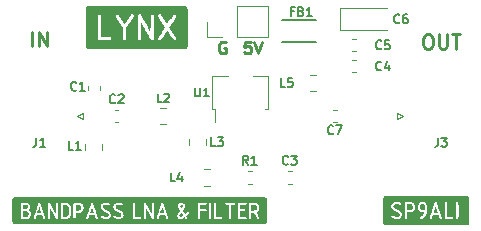
<source format=gbr>
%TF.GenerationSoftware,KiCad,Pcbnew,(5.99.0-7233-g6a28d6af27)*%
%TF.CreationDate,2021-07-20T18:44:52+02:00*%
%TF.ProjectId,lna,6c6e612e-6b69-4636-9164-5f7063625858,rev?*%
%TF.SameCoordinates,Original*%
%TF.FileFunction,Legend,Top*%
%TF.FilePolarity,Positive*%
%FSLAX46Y46*%
G04 Gerber Fmt 4.6, Leading zero omitted, Abs format (unit mm)*
G04 Created by KiCad (PCBNEW (5.99.0-7233-g6a28d6af27)) date 2021-07-20 18:44:52*
%MOMM*%
%LPD*%
G01*
G04 APERTURE LIST*
%ADD10C,0.250000*%
%ADD11C,0.150000*%
%ADD12C,0.120000*%
G04 APERTURE END LIST*
D10*
X145879523Y-88702380D02*
X145403333Y-88702380D01*
X145355714Y-89178571D01*
X145403333Y-89130952D01*
X145498571Y-89083333D01*
X145736666Y-89083333D01*
X145831904Y-89130952D01*
X145879523Y-89178571D01*
X145927142Y-89273809D01*
X145927142Y-89511904D01*
X145879523Y-89607142D01*
X145831904Y-89654761D01*
X145736666Y-89702380D01*
X145498571Y-89702380D01*
X145403333Y-89654761D01*
X145355714Y-89607142D01*
X146212857Y-88702380D02*
X146546190Y-89702380D01*
X146879523Y-88702380D01*
X143761904Y-88750000D02*
X143666666Y-88702380D01*
X143523809Y-88702380D01*
X143380952Y-88750000D01*
X143285714Y-88845238D01*
X143238095Y-88940476D01*
X143190476Y-89130952D01*
X143190476Y-89273809D01*
X143238095Y-89464285D01*
X143285714Y-89559523D01*
X143380952Y-89654761D01*
X143523809Y-89702380D01*
X143619047Y-89702380D01*
X143761904Y-89654761D01*
X143809523Y-89607142D01*
X143809523Y-89273809D01*
X143619047Y-89273809D01*
X160800000Y-88092857D02*
X161028571Y-88092857D01*
X161142857Y-88150000D01*
X161257142Y-88264285D01*
X161314285Y-88492857D01*
X161314285Y-88892857D01*
X161257142Y-89121428D01*
X161142857Y-89235714D01*
X161028571Y-89292857D01*
X160800000Y-89292857D01*
X160685714Y-89235714D01*
X160571428Y-89121428D01*
X160514285Y-88892857D01*
X160514285Y-88492857D01*
X160571428Y-88264285D01*
X160685714Y-88150000D01*
X160800000Y-88092857D01*
X161828571Y-88092857D02*
X161828571Y-89064285D01*
X161885714Y-89178571D01*
X161942857Y-89235714D01*
X162057142Y-89292857D01*
X162285714Y-89292857D01*
X162400000Y-89235714D01*
X162457142Y-89178571D01*
X162514285Y-89064285D01*
X162514285Y-88092857D01*
X162914285Y-88092857D02*
X163600000Y-88092857D01*
X163257142Y-89292857D02*
X163257142Y-88092857D01*
X127371428Y-89042857D02*
X127371428Y-87842857D01*
X127942857Y-89042857D02*
X127942857Y-87842857D01*
X128628571Y-89042857D01*
X128628571Y-87842857D01*
D11*
%TO.C,C1*%
X131125000Y-92767857D02*
X131089285Y-92803571D01*
X130982142Y-92839285D01*
X130910714Y-92839285D01*
X130803571Y-92803571D01*
X130732142Y-92732142D01*
X130696428Y-92660714D01*
X130660714Y-92517857D01*
X130660714Y-92410714D01*
X130696428Y-92267857D01*
X130732142Y-92196428D01*
X130803571Y-92125000D01*
X130910714Y-92089285D01*
X130982142Y-92089285D01*
X131089285Y-92125000D01*
X131125000Y-92160714D01*
X131839285Y-92839285D02*
X131410714Y-92839285D01*
X131625000Y-92839285D02*
X131625000Y-92089285D01*
X131553571Y-92196428D01*
X131482142Y-92267857D01*
X131410714Y-92303571D01*
%TO.C,C6*%
X158475000Y-87067857D02*
X158439285Y-87103571D01*
X158332142Y-87139285D01*
X158260714Y-87139285D01*
X158153571Y-87103571D01*
X158082142Y-87032142D01*
X158046428Y-86960714D01*
X158010714Y-86817857D01*
X158010714Y-86710714D01*
X158046428Y-86567857D01*
X158082142Y-86496428D01*
X158153571Y-86425000D01*
X158260714Y-86389285D01*
X158332142Y-86389285D01*
X158439285Y-86425000D01*
X158475000Y-86460714D01*
X159117857Y-86389285D02*
X158975000Y-86389285D01*
X158903571Y-86425000D01*
X158867857Y-86460714D01*
X158796428Y-86567857D01*
X158760714Y-86710714D01*
X158760714Y-86996428D01*
X158796428Y-87067857D01*
X158832142Y-87103571D01*
X158903571Y-87139285D01*
X159046428Y-87139285D01*
X159117857Y-87103571D01*
X159153571Y-87067857D01*
X159189285Y-86996428D01*
X159189285Y-86817857D01*
X159153571Y-86746428D01*
X159117857Y-86710714D01*
X159046428Y-86675000D01*
X158903571Y-86675000D01*
X158832142Y-86710714D01*
X158796428Y-86746428D01*
X158760714Y-86817857D01*
%TO.C,U1*%
X141178571Y-92589285D02*
X141178571Y-93196428D01*
X141214285Y-93267857D01*
X141250000Y-93303571D01*
X141321428Y-93339285D01*
X141464285Y-93339285D01*
X141535714Y-93303571D01*
X141571428Y-93267857D01*
X141607142Y-93196428D01*
X141607142Y-92589285D01*
X142357142Y-93339285D02*
X141928571Y-93339285D01*
X142142857Y-93339285D02*
X142142857Y-92589285D01*
X142071428Y-92696428D01*
X142000000Y-92767857D01*
X141928571Y-92803571D01*
%TO.C,L2*%
X138375000Y-93839285D02*
X138017857Y-93839285D01*
X138017857Y-93089285D01*
X138589285Y-93160714D02*
X138625000Y-93125000D01*
X138696428Y-93089285D01*
X138875000Y-93089285D01*
X138946428Y-93125000D01*
X138982142Y-93160714D01*
X139017857Y-93232142D01*
X139017857Y-93303571D01*
X138982142Y-93410714D01*
X138553571Y-93839285D01*
X139017857Y-93839285D01*
%TO.C,J3*%
X161750000Y-96839285D02*
X161750000Y-97375000D01*
X161714285Y-97482142D01*
X161642857Y-97553571D01*
X161535714Y-97589285D01*
X161464285Y-97589285D01*
X162035714Y-96839285D02*
X162500000Y-96839285D01*
X162250000Y-97125000D01*
X162357142Y-97125000D01*
X162428571Y-97160714D01*
X162464285Y-97196428D01*
X162500000Y-97267857D01*
X162500000Y-97446428D01*
X162464285Y-97517857D01*
X162428571Y-97553571D01*
X162357142Y-97589285D01*
X162142857Y-97589285D01*
X162071428Y-97553571D01*
X162035714Y-97517857D01*
%TO.C,C2*%
X134412500Y-93837857D02*
X134376785Y-93873571D01*
X134269642Y-93909285D01*
X134198214Y-93909285D01*
X134091071Y-93873571D01*
X134019642Y-93802142D01*
X133983928Y-93730714D01*
X133948214Y-93587857D01*
X133948214Y-93480714D01*
X133983928Y-93337857D01*
X134019642Y-93266428D01*
X134091071Y-93195000D01*
X134198214Y-93159285D01*
X134269642Y-93159285D01*
X134376785Y-93195000D01*
X134412500Y-93230714D01*
X134698214Y-93230714D02*
X134733928Y-93195000D01*
X134805357Y-93159285D01*
X134983928Y-93159285D01*
X135055357Y-93195000D01*
X135091071Y-93230714D01*
X135126785Y-93302142D01*
X135126785Y-93373571D01*
X135091071Y-93480714D01*
X134662500Y-93909285D01*
X135126785Y-93909285D01*
%TO.C,C7*%
X152875000Y-96467857D02*
X152839285Y-96503571D01*
X152732142Y-96539285D01*
X152660714Y-96539285D01*
X152553571Y-96503571D01*
X152482142Y-96432142D01*
X152446428Y-96360714D01*
X152410714Y-96217857D01*
X152410714Y-96110714D01*
X152446428Y-95967857D01*
X152482142Y-95896428D01*
X152553571Y-95825000D01*
X152660714Y-95789285D01*
X152732142Y-95789285D01*
X152839285Y-95825000D01*
X152875000Y-95860714D01*
X153125000Y-95789285D02*
X153625000Y-95789285D01*
X153303571Y-96539285D01*
%TO.C,R1*%
X145675000Y-99109285D02*
X145425000Y-98752142D01*
X145246428Y-99109285D02*
X145246428Y-98359285D01*
X145532142Y-98359285D01*
X145603571Y-98395000D01*
X145639285Y-98430714D01*
X145675000Y-98502142D01*
X145675000Y-98609285D01*
X145639285Y-98680714D01*
X145603571Y-98716428D01*
X145532142Y-98752142D01*
X145246428Y-98752142D01*
X146389285Y-99109285D02*
X145960714Y-99109285D01*
X146175000Y-99109285D02*
X146175000Y-98359285D01*
X146103571Y-98466428D01*
X146032142Y-98537857D01*
X145960714Y-98573571D01*
%TO.C,L4*%
X139475000Y-100539285D02*
X139117857Y-100539285D01*
X139117857Y-99789285D01*
X140046428Y-100039285D02*
X140046428Y-100539285D01*
X139867857Y-99753571D02*
X139689285Y-100289285D01*
X140153571Y-100289285D01*
%TO.C,FB1*%
X149526071Y-86146428D02*
X149276071Y-86146428D01*
X149276071Y-86539285D02*
X149276071Y-85789285D01*
X149633214Y-85789285D01*
X150168928Y-86146428D02*
X150276071Y-86182142D01*
X150311785Y-86217857D01*
X150347500Y-86289285D01*
X150347500Y-86396428D01*
X150311785Y-86467857D01*
X150276071Y-86503571D01*
X150204642Y-86539285D01*
X149918928Y-86539285D01*
X149918928Y-85789285D01*
X150168928Y-85789285D01*
X150240357Y-85825000D01*
X150276071Y-85860714D01*
X150311785Y-85932142D01*
X150311785Y-86003571D01*
X150276071Y-86075000D01*
X150240357Y-86110714D01*
X150168928Y-86146428D01*
X149918928Y-86146428D01*
X151061785Y-86539285D02*
X150633214Y-86539285D01*
X150847500Y-86539285D02*
X150847500Y-85789285D01*
X150776071Y-85896428D01*
X150704642Y-85967857D01*
X150633214Y-86003571D01*
%TO.C,C4*%
X156950000Y-91067857D02*
X156914285Y-91103571D01*
X156807142Y-91139285D01*
X156735714Y-91139285D01*
X156628571Y-91103571D01*
X156557142Y-91032142D01*
X156521428Y-90960714D01*
X156485714Y-90817857D01*
X156485714Y-90710714D01*
X156521428Y-90567857D01*
X156557142Y-90496428D01*
X156628571Y-90425000D01*
X156735714Y-90389285D01*
X156807142Y-90389285D01*
X156914285Y-90425000D01*
X156950000Y-90460714D01*
X157592857Y-90639285D02*
X157592857Y-91139285D01*
X157414285Y-90353571D02*
X157235714Y-90889285D01*
X157700000Y-90889285D01*
%TO.C,L3*%
X142925000Y-97539285D02*
X142567857Y-97539285D01*
X142567857Y-96789285D01*
X143103571Y-96789285D02*
X143567857Y-96789285D01*
X143317857Y-97075000D01*
X143425000Y-97075000D01*
X143496428Y-97110714D01*
X143532142Y-97146428D01*
X143567857Y-97217857D01*
X143567857Y-97396428D01*
X143532142Y-97467857D01*
X143496428Y-97503571D01*
X143425000Y-97539285D01*
X143210714Y-97539285D01*
X143139285Y-97503571D01*
X143103571Y-97467857D01*
%TO.C,L5*%
X148812500Y-92539285D02*
X148455357Y-92539285D01*
X148455357Y-91789285D01*
X149419642Y-91789285D02*
X149062500Y-91789285D01*
X149026785Y-92146428D01*
X149062500Y-92110714D01*
X149133928Y-92075000D01*
X149312500Y-92075000D01*
X149383928Y-92110714D01*
X149419642Y-92146428D01*
X149455357Y-92217857D01*
X149455357Y-92396428D01*
X149419642Y-92467857D01*
X149383928Y-92503571D01*
X149312500Y-92539285D01*
X149133928Y-92539285D01*
X149062500Y-92503571D01*
X149026785Y-92467857D01*
%TO.C,C3*%
X149062500Y-99037857D02*
X149026785Y-99073571D01*
X148919642Y-99109285D01*
X148848214Y-99109285D01*
X148741071Y-99073571D01*
X148669642Y-99002142D01*
X148633928Y-98930714D01*
X148598214Y-98787857D01*
X148598214Y-98680714D01*
X148633928Y-98537857D01*
X148669642Y-98466428D01*
X148741071Y-98395000D01*
X148848214Y-98359285D01*
X148919642Y-98359285D01*
X149026785Y-98395000D01*
X149062500Y-98430714D01*
X149312500Y-98359285D02*
X149776785Y-98359285D01*
X149526785Y-98645000D01*
X149633928Y-98645000D01*
X149705357Y-98680714D01*
X149741071Y-98716428D01*
X149776785Y-98787857D01*
X149776785Y-98966428D01*
X149741071Y-99037857D01*
X149705357Y-99073571D01*
X149633928Y-99109285D01*
X149419642Y-99109285D01*
X149348214Y-99073571D01*
X149312500Y-99037857D01*
%TO.C,J1*%
X127750000Y-96839285D02*
X127750000Y-97375000D01*
X127714285Y-97482142D01*
X127642857Y-97553571D01*
X127535714Y-97589285D01*
X127464285Y-97589285D01*
X128500000Y-97589285D02*
X128071428Y-97589285D01*
X128285714Y-97589285D02*
X128285714Y-96839285D01*
X128214285Y-96946428D01*
X128142857Y-97017857D01*
X128071428Y-97053571D01*
%TO.C,L1*%
X130875000Y-97839285D02*
X130517857Y-97839285D01*
X130517857Y-97089285D01*
X131517857Y-97839285D02*
X131089285Y-97839285D01*
X131303571Y-97839285D02*
X131303571Y-97089285D01*
X131232142Y-97196428D01*
X131160714Y-97267857D01*
X131089285Y-97303571D01*
%TO.C,C5*%
X156950000Y-89267857D02*
X156914285Y-89303571D01*
X156807142Y-89339285D01*
X156735714Y-89339285D01*
X156628571Y-89303571D01*
X156557142Y-89232142D01*
X156521428Y-89160714D01*
X156485714Y-89017857D01*
X156485714Y-88910714D01*
X156521428Y-88767857D01*
X156557142Y-88696428D01*
X156628571Y-88625000D01*
X156735714Y-88589285D01*
X156807142Y-88589285D01*
X156914285Y-88625000D01*
X156950000Y-88660714D01*
X157628571Y-88589285D02*
X157271428Y-88589285D01*
X157235714Y-88946428D01*
X157271428Y-88910714D01*
X157342857Y-88875000D01*
X157521428Y-88875000D01*
X157592857Y-88910714D01*
X157628571Y-88946428D01*
X157664285Y-89017857D01*
X157664285Y-89196428D01*
X157628571Y-89267857D01*
X157592857Y-89303571D01*
X157521428Y-89339285D01*
X157342857Y-89339285D01*
X157271428Y-89303571D01*
X157235714Y-89267857D01*
D12*
%TO.C,C1*%
X132090000Y-92762779D02*
X132090000Y-92437221D01*
X133110000Y-92762779D02*
X133110000Y-92437221D01*
%TO.C,C6*%
X153490000Y-85865000D02*
X153490000Y-87735000D01*
X157400000Y-85865000D02*
X153490000Y-85865000D01*
X153490000Y-87735000D02*
X157400000Y-87735000D01*
%TO.C,U1*%
X147360000Y-91640000D02*
X147360000Y-94360000D01*
X142870000Y-95500000D02*
X142870000Y-94360000D01*
X142640000Y-94360000D02*
X142870000Y-94360000D01*
X147360000Y-94360000D02*
X147130000Y-94360000D01*
X146050000Y-91640000D02*
X147360000Y-91640000D01*
X142640000Y-94360000D02*
X142640000Y-91640000D01*
X142640000Y-91640000D02*
X143950000Y-91640000D01*
%TO.C,L2*%
X138758578Y-95710000D02*
X138241422Y-95710000D01*
X138758578Y-94290000D02*
X138241422Y-94290000D01*
%TO.C,J3*%
X158290000Y-95250000D02*
X158790000Y-95000000D01*
X158790000Y-95000000D02*
X158290000Y-94750000D01*
X158290000Y-94750000D02*
X158290000Y-95250000D01*
%TO.C,C2*%
X134374721Y-94490000D02*
X134700279Y-94490000D01*
X134374721Y-95510000D02*
X134700279Y-95510000D01*
%TO.C,C7*%
X152837221Y-94490000D02*
X153162779Y-94490000D01*
X152837221Y-95510000D02*
X153162779Y-95510000D01*
%TO.C,R1*%
X145637221Y-99690000D02*
X145962779Y-99690000D01*
X145637221Y-100710000D02*
X145962779Y-100710000D01*
%TO.C,L4*%
X141941422Y-99490000D02*
X142458578Y-99490000D01*
X141941422Y-100910000D02*
X142458578Y-100910000D01*
D11*
%TO.C,FB1*%
X148570890Y-86870890D02*
X151429110Y-86870890D01*
X148570890Y-88729110D02*
X151429110Y-88729110D01*
D12*
%TO.C,J2*%
X142170000Y-88330000D02*
X142170000Y-87000000D01*
X143500000Y-88330000D02*
X142170000Y-88330000D01*
X144770000Y-85670000D02*
X147370000Y-85670000D01*
X147370000Y-88330000D02*
X147370000Y-85670000D01*
X144770000Y-88330000D02*
X147370000Y-88330000D01*
X144770000Y-88330000D02*
X144770000Y-85670000D01*
%TO.C,C4*%
X154837779Y-90290000D02*
X154512221Y-90290000D01*
X154837779Y-91310000D02*
X154512221Y-91310000D01*
%TO.C,L3*%
X142110000Y-96941422D02*
X142110000Y-97458578D01*
X140690000Y-96941422D02*
X140690000Y-97458578D01*
%TO.C,G\u002A\u002A\u002A*%
G36*
X126807116Y-102500983D02*
G01*
X126847380Y-102501693D01*
X126877661Y-102503003D01*
X126899711Y-102505016D01*
X126915282Y-102507836D01*
X126924370Y-102510794D01*
X126966205Y-102534934D01*
X126998841Y-102567319D01*
X127021804Y-102605900D01*
X127034617Y-102648627D01*
X127036806Y-102693453D01*
X127027896Y-102738328D01*
X127007412Y-102781204D01*
X126991931Y-102802144D01*
X126975209Y-102817579D01*
X126952451Y-102833400D01*
X126938942Y-102840936D01*
X126927108Y-102846633D01*
X126916171Y-102850927D01*
X126904054Y-102854016D01*
X126888681Y-102856098D01*
X126867977Y-102857372D01*
X126839864Y-102858035D01*
X126802266Y-102858287D01*
X126756949Y-102858326D01*
X126609853Y-102858326D01*
X126609853Y-102500770D01*
X126755117Y-102500770D01*
X126807116Y-102500983D01*
G37*
G36*
X130129761Y-102502198D02*
G01*
X130186970Y-102503643D01*
X130232836Y-102506038D01*
X130269505Y-102510019D01*
X130299122Y-102516225D01*
X130323835Y-102525294D01*
X130345789Y-102537866D01*
X130367130Y-102554577D01*
X130390005Y-102576067D01*
X130395067Y-102581109D01*
X130433911Y-102626205D01*
X130460901Y-102672687D01*
X130477583Y-102723524D01*
X130482078Y-102748185D01*
X130483851Y-102767820D01*
X130485341Y-102798870D01*
X130486546Y-102839260D01*
X130487464Y-102886914D01*
X130488092Y-102939758D01*
X130488430Y-102995716D01*
X130488473Y-103052714D01*
X130488221Y-103108676D01*
X130487671Y-103161527D01*
X130486821Y-103209192D01*
X130485669Y-103249597D01*
X130484213Y-103280666D01*
X130482644Y-103298902D01*
X130468574Y-103357401D01*
X130442652Y-103410189D01*
X130405734Y-103456086D01*
X130358675Y-103493916D01*
X130328634Y-103510928D01*
X130277263Y-103536334D01*
X130133518Y-103538501D01*
X129989774Y-103540667D01*
X129989774Y-102499591D01*
X130129761Y-102502198D01*
G37*
G36*
X126729601Y-103040529D02*
G01*
X126795963Y-103041381D01*
X126850790Y-103044196D01*
X126895960Y-103049455D01*
X126933349Y-103057638D01*
X126964833Y-103069226D01*
X126992290Y-103084699D01*
X127017597Y-103104538D01*
X127031678Y-103117883D01*
X127066634Y-103161599D01*
X127089968Y-103209799D01*
X127101993Y-103260677D01*
X127103026Y-103312427D01*
X127093380Y-103363245D01*
X127073371Y-103411325D01*
X127043313Y-103454862D01*
X127003521Y-103492050D01*
X126962007Y-103517454D01*
X126949477Y-103523463D01*
X126938181Y-103528064D01*
X126926105Y-103531474D01*
X126911234Y-103533909D01*
X126891553Y-103535586D01*
X126865047Y-103536723D01*
X126829702Y-103537535D01*
X126783503Y-103538240D01*
X126766706Y-103538469D01*
X126609853Y-103540605D01*
X126609853Y-103040478D01*
X126729601Y-103040529D01*
G37*
G36*
X140078100Y-102506841D02*
G01*
X140109550Y-102523547D01*
X140134196Y-102548630D01*
X140150115Y-102579830D01*
X140155388Y-102614889D01*
X140153600Y-102632282D01*
X140148752Y-102644361D01*
X140137930Y-102664873D01*
X140122796Y-102691131D01*
X140105013Y-102720445D01*
X140086244Y-102750125D01*
X140068151Y-102777483D01*
X140052398Y-102799828D01*
X140041621Y-102813401D01*
X140036499Y-102810038D01*
X140025824Y-102796963D01*
X140010965Y-102776044D01*
X139993288Y-102749151D01*
X139985345Y-102736511D01*
X139961399Y-102696842D01*
X139944599Y-102665881D01*
X139934195Y-102641393D01*
X139929436Y-102621144D01*
X139929572Y-102602902D01*
X139933852Y-102584433D01*
X139934036Y-102583852D01*
X139951281Y-102549424D01*
X139977245Y-102522831D01*
X140009438Y-102505994D01*
X140041766Y-102500770D01*
X140078100Y-102506841D01*
G37*
G36*
X131226042Y-102502008D02*
G01*
X131276054Y-102502728D01*
X131314583Y-102503495D01*
X131343637Y-102504521D01*
X131365223Y-102506016D01*
X131381350Y-102508194D01*
X131394026Y-102511266D01*
X131405260Y-102515445D01*
X131417059Y-102520941D01*
X131420257Y-102522510D01*
X131457709Y-102545944D01*
X131493534Y-102577278D01*
X131523458Y-102612384D01*
X131538359Y-102636512D01*
X131548348Y-102660675D01*
X131557547Y-102690560D01*
X131562427Y-102711952D01*
X131565418Y-102764341D01*
X131555845Y-102816645D01*
X131534491Y-102866807D01*
X131502139Y-102912771D01*
X131475879Y-102939163D01*
X131455687Y-102955804D01*
X131435983Y-102968881D01*
X131414750Y-102978860D01*
X131389975Y-102986207D01*
X131359643Y-102991388D01*
X131321739Y-102994869D01*
X131274247Y-102997116D01*
X131219296Y-102998515D01*
X131069189Y-103001464D01*
X131069189Y-102499873D01*
X131226042Y-102502008D01*
G37*
G36*
X138416384Y-102713546D02*
G01*
X138423065Y-102728623D01*
X138432899Y-102753733D01*
X138445393Y-102787471D01*
X138460054Y-102828434D01*
X138476392Y-102875214D01*
X138493912Y-102926409D01*
X138512123Y-102980613D01*
X138530532Y-103036421D01*
X138548647Y-103092429D01*
X138560533Y-103129867D01*
X138583364Y-103202390D01*
X138248359Y-103202390D01*
X138328769Y-102961208D01*
X138347009Y-102906558D01*
X138364020Y-102855712D01*
X138379303Y-102810147D01*
X138392362Y-102771338D01*
X138402701Y-102740760D01*
X138409823Y-102719889D01*
X138413232Y-102710200D01*
X138413348Y-102709907D01*
X138416384Y-102713546D01*
G37*
G36*
X132465886Y-102714185D02*
G01*
X132472439Y-102729815D01*
X132482219Y-102755340D01*
X132494717Y-102789304D01*
X132509422Y-102830252D01*
X132525826Y-102876729D01*
X132543417Y-102927278D01*
X132561687Y-102980444D01*
X132580124Y-103034772D01*
X132598219Y-103088805D01*
X132615461Y-103141088D01*
X132631342Y-103190165D01*
X132631476Y-103190584D01*
X132631878Y-103194255D01*
X132629429Y-103197077D01*
X132622609Y-103199162D01*
X132609899Y-103200619D01*
X132589780Y-103201560D01*
X132560733Y-103202095D01*
X132521239Y-103202335D01*
X132469779Y-103202390D01*
X132469511Y-103202390D01*
X132415674Y-103202242D01*
X132374052Y-103201755D01*
X132343374Y-103200863D01*
X132322365Y-103199500D01*
X132309751Y-103197600D01*
X132304260Y-103195099D01*
X132303771Y-103193847D01*
X132305817Y-103186219D01*
X132311572Y-103167532D01*
X132320465Y-103139523D01*
X132331925Y-103103930D01*
X132345379Y-103062489D01*
X132360256Y-103016938D01*
X132375984Y-102969013D01*
X132391991Y-102920451D01*
X132407706Y-102872989D01*
X132422556Y-102828365D01*
X132435970Y-102788314D01*
X132447377Y-102754574D01*
X132456204Y-102728882D01*
X132461880Y-102712975D01*
X132463072Y-102709907D01*
X132465886Y-102714185D01*
G37*
G36*
X128006901Y-102713218D02*
G01*
X128013724Y-102728253D01*
X128023801Y-102753869D01*
X128036727Y-102788922D01*
X128052103Y-102832268D01*
X128069527Y-102882763D01*
X128088595Y-102939262D01*
X128108908Y-103000623D01*
X128130062Y-103065701D01*
X128144129Y-103109628D01*
X128173657Y-103202390D01*
X127838744Y-103202390D01*
X127919154Y-102961208D01*
X127937395Y-102906558D01*
X127954405Y-102855712D01*
X127969688Y-102810147D01*
X127982747Y-102771338D01*
X127993086Y-102740760D01*
X128000207Y-102719889D01*
X128003616Y-102710200D01*
X128003732Y-102709907D01*
X128006901Y-102713218D01*
G37*
G36*
X146144438Y-102501042D02*
G01*
X146188692Y-102502114D01*
X146223783Y-102504370D01*
X146251874Y-102508194D01*
X146275127Y-102513970D01*
X146295705Y-102522084D01*
X146315768Y-102532918D01*
X146333584Y-102544254D01*
X146376214Y-102580027D01*
X146408367Y-102622599D01*
X146429917Y-102670117D01*
X146440740Y-102720728D01*
X146440711Y-102772578D01*
X146429707Y-102823815D01*
X146407602Y-102872585D01*
X146374272Y-102917035D01*
X146359602Y-102931532D01*
X146337682Y-102950507D01*
X146316940Y-102965369D01*
X146295282Y-102976659D01*
X146270610Y-102984917D01*
X146240828Y-102990683D01*
X146203841Y-102994498D01*
X146157550Y-102996902D01*
X146100053Y-102998431D01*
X146057079Y-102999054D01*
X146018689Y-102999165D01*
X145986923Y-102998792D01*
X145963818Y-102997968D01*
X145951413Y-102996723D01*
X145949946Y-102996166D01*
X145948788Y-102988458D01*
X145947723Y-102968797D01*
X145946782Y-102938726D01*
X145945997Y-102899785D01*
X145945398Y-102853514D01*
X145945018Y-102801454D01*
X145944887Y-102745887D01*
X145944887Y-102500770D01*
X146088861Y-102500770D01*
X146144438Y-102501042D01*
G37*
G36*
X125713364Y-102038124D02*
G01*
X125735803Y-101996250D01*
X125770108Y-101956929D01*
X125814711Y-101921444D01*
X125868045Y-101891082D01*
X125917484Y-101870807D01*
X125958831Y-101856494D01*
X136478444Y-101854794D01*
X136937397Y-101854721D01*
X137383050Y-101854652D01*
X137815595Y-101854588D01*
X138235223Y-101854528D01*
X138642127Y-101854473D01*
X139036498Y-101854423D01*
X139418530Y-101854378D01*
X139788413Y-101854338D01*
X140146340Y-101854303D01*
X140492504Y-101854274D01*
X140827096Y-101854251D01*
X141150308Y-101854233D01*
X141462332Y-101854222D01*
X141763361Y-101854216D01*
X142053586Y-101854217D01*
X142333200Y-101854224D01*
X142602395Y-101854238D01*
X142861362Y-101854259D01*
X143110294Y-101854286D01*
X143349384Y-101854320D01*
X143578822Y-101854362D01*
X143798802Y-101854411D01*
X144009515Y-101854467D01*
X144211153Y-101854531D01*
X144403909Y-101854603D01*
X144587974Y-101854683D01*
X144763541Y-101854771D01*
X144930802Y-101854867D01*
X145089948Y-101854971D01*
X145241173Y-101855084D01*
X145384667Y-101855206D01*
X145520623Y-101855336D01*
X145649234Y-101855476D01*
X145770691Y-101855625D01*
X145885186Y-101855783D01*
X145992911Y-101855950D01*
X146094059Y-101856127D01*
X146188822Y-101856314D01*
X146277391Y-101856510D01*
X146359959Y-101856717D01*
X146436718Y-101856934D01*
X146507860Y-101857161D01*
X146573577Y-101857399D01*
X146634061Y-101857648D01*
X146689505Y-101857907D01*
X146740100Y-101858177D01*
X146786038Y-101858458D01*
X146827511Y-101858751D01*
X146864712Y-101859055D01*
X146897833Y-101859371D01*
X146927066Y-101859698D01*
X146952602Y-101860037D01*
X146974635Y-101860388D01*
X146993355Y-101860752D01*
X147008956Y-101861128D01*
X147021628Y-101861516D01*
X147031566Y-101861917D01*
X147038959Y-101862330D01*
X147044001Y-101862757D01*
X147046598Y-101863133D01*
X147103909Y-101879784D01*
X147157402Y-101904518D01*
X147204998Y-101935818D01*
X147244616Y-101972165D01*
X147274176Y-102012042D01*
X147286729Y-102038374D01*
X147288722Y-102043824D01*
X147290519Y-102049437D01*
X147292129Y-102055908D01*
X147293564Y-102063927D01*
X147294833Y-102074186D01*
X147295947Y-102087377D01*
X147296915Y-102104192D01*
X147297749Y-102125322D01*
X147298457Y-102151459D01*
X147299050Y-102183294D01*
X147299539Y-102221521D01*
X147299933Y-102266829D01*
X147300243Y-102319912D01*
X147300478Y-102381460D01*
X147300650Y-102452166D01*
X147300768Y-102532722D01*
X147300842Y-102623818D01*
X147300882Y-102726147D01*
X147300899Y-102840400D01*
X147300903Y-102967270D01*
X147300903Y-103930490D01*
X147286635Y-103968622D01*
X147264886Y-104009125D01*
X147231819Y-104047416D01*
X147189594Y-104081912D01*
X147140373Y-104111032D01*
X147086315Y-104133193D01*
X147047915Y-104143476D01*
X147044722Y-104143909D01*
X147039207Y-104144330D01*
X147031176Y-104144738D01*
X147020439Y-104145133D01*
X147006805Y-104145517D01*
X146990081Y-104145888D01*
X146970077Y-104146248D01*
X146946601Y-104146595D01*
X146919461Y-104146932D01*
X146888467Y-104147257D01*
X146853427Y-104147570D01*
X146814150Y-104147873D01*
X146770444Y-104148165D01*
X146722117Y-104148446D01*
X146668979Y-104148716D01*
X146610838Y-104148976D01*
X146547502Y-104149226D01*
X146478780Y-104149466D01*
X146404482Y-104149696D01*
X146324414Y-104149917D01*
X146238387Y-104150127D01*
X146146208Y-104150329D01*
X146047687Y-104150521D01*
X145942631Y-104150704D01*
X145830850Y-104150879D01*
X145712151Y-104151044D01*
X145586345Y-104151202D01*
X145453238Y-104151350D01*
X145312641Y-104151491D01*
X145164361Y-104151624D01*
X145008207Y-104151748D01*
X144843987Y-104151866D01*
X144671511Y-104151975D01*
X144490587Y-104152077D01*
X144301023Y-104152172D01*
X144102628Y-104152260D01*
X143895211Y-104152342D01*
X143678580Y-104152416D01*
X143452544Y-104152484D01*
X143216912Y-104152546D01*
X142971492Y-104152601D01*
X142716092Y-104152651D01*
X142450522Y-104152694D01*
X142174589Y-104152732D01*
X141888103Y-104152765D01*
X141590873Y-104152792D01*
X141282706Y-104152814D01*
X140963411Y-104152831D01*
X140632798Y-104152843D01*
X140290673Y-104152851D01*
X139936847Y-104152854D01*
X139571128Y-104152852D01*
X139193324Y-104152847D01*
X138803245Y-104152837D01*
X138400697Y-104152824D01*
X137985491Y-104152807D01*
X137557435Y-104152786D01*
X137116337Y-104152763D01*
X136662006Y-104152736D01*
X136496626Y-104152725D01*
X136120068Y-104152700D01*
X135746721Y-104152671D01*
X135376815Y-104152639D01*
X135010578Y-104152603D01*
X134648240Y-104152565D01*
X134290031Y-104152523D01*
X133936179Y-104152478D01*
X133586915Y-104152431D01*
X133242466Y-104152381D01*
X132903063Y-104152328D01*
X132568935Y-104152272D01*
X132240311Y-104152214D01*
X131917420Y-104152153D01*
X131600492Y-104152090D01*
X131289756Y-104152025D01*
X130985441Y-104151957D01*
X130687777Y-104151887D01*
X130396993Y-104151815D01*
X130113317Y-104151741D01*
X129836981Y-104151665D01*
X129568211Y-104151586D01*
X129307239Y-104151507D01*
X129054293Y-104151425D01*
X128809603Y-104151342D01*
X128573398Y-104151257D01*
X128345906Y-104151170D01*
X128127359Y-104151083D01*
X127917984Y-104150993D01*
X127718011Y-104150903D01*
X127527669Y-104150811D01*
X127347188Y-104150718D01*
X127176797Y-104150624D01*
X127016725Y-104150529D01*
X126867201Y-104150434D01*
X126728456Y-104150337D01*
X126600717Y-104150239D01*
X126484215Y-104150141D01*
X126379178Y-104150042D01*
X126285837Y-104149943D01*
X126204419Y-104149843D01*
X126135156Y-104149743D01*
X126078274Y-104149643D01*
X126034006Y-104149542D01*
X126002578Y-104149441D01*
X125984221Y-104149340D01*
X125979070Y-104149255D01*
X125912141Y-104131878D01*
X125855718Y-104109307D01*
X125807430Y-104080383D01*
X125765736Y-104044771D01*
X125736256Y-104010903D01*
X125716950Y-103977471D01*
X125713364Y-103968622D01*
X125699097Y-103930490D01*
X125699097Y-103129409D01*
X126427693Y-103129409D01*
X126427699Y-103225899D01*
X126427769Y-103310523D01*
X126427953Y-103384095D01*
X126428300Y-103447426D01*
X126428859Y-103501330D01*
X126429679Y-103546621D01*
X126430811Y-103584112D01*
X126432303Y-103614616D01*
X126434204Y-103638945D01*
X126436564Y-103657914D01*
X126439433Y-103672335D01*
X126442859Y-103683022D01*
X126446892Y-103690787D01*
X126451582Y-103696445D01*
X126456977Y-103700808D01*
X126463127Y-103704689D01*
X126469461Y-103708512D01*
X126476109Y-103712361D01*
X126483363Y-103715403D01*
X126492747Y-103717713D01*
X126505787Y-103719363D01*
X126524006Y-103720427D01*
X126548931Y-103720977D01*
X126582086Y-103721087D01*
X126624995Y-103720831D01*
X126679185Y-103720281D01*
X126707676Y-103719958D01*
X126768590Y-103719190D01*
X126817772Y-103718365D01*
X126856981Y-103717371D01*
X126887977Y-103716095D01*
X126912521Y-103714425D01*
X126932372Y-103712249D01*
X126949291Y-103709455D01*
X126965037Y-103705931D01*
X126976948Y-103702792D01*
X127046521Y-103676853D01*
X127090566Y-103650644D01*
X127512896Y-103650644D01*
X127513453Y-103660261D01*
X127515260Y-103667924D01*
X127518102Y-103674408D01*
X127521765Y-103680488D01*
X127525835Y-103686633D01*
X127545714Y-103707299D01*
X127572625Y-103718058D01*
X127607760Y-103719641D01*
X127631530Y-103716733D01*
X127647449Y-103710418D01*
X127661118Y-103698357D01*
X127662579Y-103696743D01*
X127671220Y-103683735D01*
X127681883Y-103661445D01*
X127694945Y-103628935D01*
X127710784Y-103585265D01*
X127729470Y-103530420D01*
X127778094Y-103384541D01*
X128234602Y-103384541D01*
X128279939Y-103521155D01*
X128293950Y-103562922D01*
X128307125Y-103601357D01*
X128318681Y-103634240D01*
X128327835Y-103659353D01*
X128333805Y-103674478D01*
X128334798Y-103676619D01*
X128353390Y-103699566D01*
X128379890Y-103714748D01*
X128410559Y-103721212D01*
X128441658Y-103718004D01*
X128462266Y-103709137D01*
X128481506Y-103691473D01*
X128496913Y-103666846D01*
X128505061Y-103641188D01*
X128505577Y-103634145D01*
X128503487Y-103625765D01*
X128497407Y-103605479D01*
X128487630Y-103574179D01*
X128474443Y-103532757D01*
X128458136Y-103482104D01*
X128439000Y-103423111D01*
X128417323Y-103356670D01*
X128393395Y-103283672D01*
X128367506Y-103205008D01*
X128339946Y-103121570D01*
X128311004Y-103034249D01*
X128296420Y-102990358D01*
X128261533Y-102885471D01*
X128230612Y-102792626D01*
X128203367Y-102711062D01*
X128179505Y-102640018D01*
X128173792Y-102623158D01*
X128729122Y-102623158D01*
X128729127Y-102687713D01*
X128729226Y-102762677D01*
X128729404Y-102848875D01*
X128729648Y-102947131D01*
X128729861Y-103028130D01*
X128731580Y-103673550D01*
X128748446Y-103691696D01*
X128768372Y-103709241D01*
X128789989Y-103718385D01*
X128818802Y-103721402D01*
X128820451Y-103721431D01*
X128846328Y-103718098D01*
X128868171Y-103705380D01*
X128869514Y-103704265D01*
X128885344Y-103689083D01*
X128897360Y-103674385D01*
X128898704Y-103672220D01*
X128900497Y-103665606D01*
X128902104Y-103651885D01*
X128903543Y-103630338D01*
X128904833Y-103600241D01*
X128905993Y-103560875D01*
X128907039Y-103511517D01*
X128907992Y-103451447D01*
X128908869Y-103379943D01*
X128909689Y-103296284D01*
X128910358Y-103214616D01*
X128913731Y-102771462D01*
X129172565Y-103236774D01*
X129221839Y-103325244D01*
X129265043Y-103402555D01*
X129302578Y-103469392D01*
X129334842Y-103526438D01*
X129362235Y-103574374D01*
X129385156Y-103613885D01*
X129404006Y-103645653D01*
X129419183Y-103670362D01*
X129431088Y-103688694D01*
X129440119Y-103701333D01*
X129446676Y-103708962D01*
X129450517Y-103711973D01*
X129477436Y-103720381D01*
X129507215Y-103721322D01*
X129534301Y-103715037D01*
X129547113Y-103707771D01*
X129553377Y-103703027D01*
X129558911Y-103698705D01*
X129563761Y-103693983D01*
X129567970Y-103688044D01*
X129571585Y-103680068D01*
X129574651Y-103669236D01*
X129577212Y-103654729D01*
X129579314Y-103635728D01*
X129581001Y-103611413D01*
X129582320Y-103580967D01*
X129583314Y-103543569D01*
X129584030Y-103498401D01*
X129584512Y-103444644D01*
X129584805Y-103381478D01*
X129584954Y-103308084D01*
X129585006Y-103223644D01*
X129585004Y-103129900D01*
X129807617Y-103129900D01*
X129807627Y-103225559D01*
X129807693Y-103309375D01*
X129807853Y-103382170D01*
X129808147Y-103444770D01*
X129808616Y-103497998D01*
X129809298Y-103542680D01*
X129810233Y-103579638D01*
X129811460Y-103609697D01*
X129813020Y-103633682D01*
X129814951Y-103652417D01*
X129817294Y-103666725D01*
X129820087Y-103677432D01*
X129823371Y-103685361D01*
X129827185Y-103691337D01*
X129831569Y-103696184D01*
X129836561Y-103700726D01*
X129840387Y-103704118D01*
X129848018Y-103710132D01*
X129857157Y-103714879D01*
X129869352Y-103718488D01*
X129886150Y-103721085D01*
X129909098Y-103722798D01*
X129939743Y-103723754D01*
X129979631Y-103724082D01*
X130030310Y-103723907D01*
X130075984Y-103723527D01*
X130140564Y-103722641D01*
X130193123Y-103721276D01*
X130235124Y-103719356D01*
X130268035Y-103716801D01*
X130293320Y-103713536D01*
X130304165Y-103711483D01*
X130375386Y-103689363D01*
X130442159Y-103655299D01*
X130502938Y-103610524D01*
X130556177Y-103556273D01*
X130600331Y-103493777D01*
X130617842Y-103461218D01*
X130628273Y-103439315D01*
X130637047Y-103419116D01*
X130644296Y-103399256D01*
X130650155Y-103378364D01*
X130654758Y-103355074D01*
X130658240Y-103328017D01*
X130660735Y-103295826D01*
X130662376Y-103257133D01*
X130663299Y-103210569D01*
X130663637Y-103154767D01*
X130663594Y-103129386D01*
X130887029Y-103129386D01*
X130887036Y-103225906D01*
X130887106Y-103310558D01*
X130887291Y-103384154D01*
X130887638Y-103447506D01*
X130888198Y-103501428D01*
X130889020Y-103546732D01*
X130890153Y-103584229D01*
X130891646Y-103614733D01*
X130893549Y-103639055D01*
X130895910Y-103658008D01*
X130898780Y-103672404D01*
X130902207Y-103683056D01*
X130906241Y-103690776D01*
X130910932Y-103696376D01*
X130916327Y-103700669D01*
X130922478Y-103704467D01*
X130928797Y-103708193D01*
X130952256Y-103717815D01*
X130977741Y-103721807D01*
X130978114Y-103721808D01*
X131003538Y-103717935D01*
X131027122Y-103708380D01*
X131027431Y-103708193D01*
X131037858Y-103701388D01*
X131046388Y-103694019D01*
X131053212Y-103684738D01*
X131058521Y-103672196D01*
X131062503Y-103655044D01*
X131065349Y-103631934D01*
X131065472Y-103629958D01*
X131971219Y-103629958D01*
X131975834Y-103665162D01*
X131991000Y-103692691D01*
X132015414Y-103711316D01*
X132047774Y-103719804D01*
X132066426Y-103719869D01*
X132091166Y-103716433D01*
X132108432Y-103708896D01*
X132121483Y-103697653D01*
X132129187Y-103687663D01*
X132137646Y-103672115D01*
X132147475Y-103649490D01*
X132159290Y-103618272D01*
X132173705Y-103576943D01*
X132188970Y-103531187D01*
X132237284Y-103384366D01*
X132467211Y-103386140D01*
X132697139Y-103387915D01*
X132748383Y-103539620D01*
X132764772Y-103587870D01*
X132777698Y-103624980D01*
X132787906Y-103652629D01*
X132796144Y-103672497D01*
X132803156Y-103686263D01*
X132809689Y-103695606D01*
X132816489Y-103702206D01*
X132822551Y-103706592D01*
X132852468Y-103719464D01*
X132883413Y-103721000D01*
X132912741Y-103712562D01*
X132937806Y-103695515D01*
X132955963Y-103671221D01*
X132964564Y-103641044D01*
X132964913Y-103633240D01*
X132962817Y-103624622D01*
X132956764Y-103604289D01*
X132947111Y-103573312D01*
X132934212Y-103532763D01*
X132918424Y-103483710D01*
X132900102Y-103427226D01*
X132879600Y-103364381D01*
X132857276Y-103296245D01*
X132833484Y-103223889D01*
X132808579Y-103148384D01*
X132782917Y-103070801D01*
X132756854Y-102992210D01*
X132730745Y-102913681D01*
X132704945Y-102836286D01*
X132679810Y-102761096D01*
X132655696Y-102689180D01*
X132647205Y-102663947D01*
X133186993Y-102663947D01*
X133189385Y-102728412D01*
X133203514Y-102791767D01*
X133229379Y-102852466D01*
X133266981Y-102908967D01*
X133294705Y-102939742D01*
X133306896Y-102951609D01*
X133318782Y-102962232D01*
X133331759Y-102972425D01*
X133347220Y-102983002D01*
X133366559Y-102994779D01*
X133391171Y-103008570D01*
X133422450Y-103025190D01*
X133461790Y-103045454D01*
X133510585Y-103070176D01*
X133562941Y-103096513D01*
X133614588Y-103122627D01*
X133663083Y-103147484D01*
X133706938Y-103170295D01*
X133744660Y-103190270D01*
X133774760Y-103206621D01*
X133795747Y-103218558D01*
X133806120Y-103225282D01*
X133835499Y-103258416D01*
X133855037Y-103298558D01*
X133864223Y-103342965D01*
X133862543Y-103388894D01*
X133849484Y-103433604D01*
X133846343Y-103440381D01*
X133821692Y-103479362D01*
X133790380Y-103508364D01*
X133751729Y-103527602D01*
X133705060Y-103537289D01*
X133649694Y-103537640D01*
X133584953Y-103528869D01*
X133573414Y-103526580D01*
X133503401Y-103508872D01*
X133439935Y-103485237D01*
X133376693Y-103453236D01*
X133363421Y-103445562D01*
X133336722Y-103430532D01*
X133312337Y-103418038D01*
X133293901Y-103409886D01*
X133287858Y-103407960D01*
X133264581Y-103408531D01*
X133238477Y-103417399D01*
X133214785Y-103432049D01*
X133198742Y-103449962D01*
X133198141Y-103451079D01*
X133189357Y-103478428D01*
X133188008Y-103508327D01*
X133193920Y-103535416D01*
X133201290Y-103548618D01*
X133218937Y-103565434D01*
X133246849Y-103585306D01*
X133282526Y-103606923D01*
X133323467Y-103628972D01*
X133367172Y-103650140D01*
X133411139Y-103669117D01*
X133452868Y-103684588D01*
X133471524Y-103690429D01*
X133535619Y-103705875D01*
X133600808Y-103715788D01*
X133664279Y-103720065D01*
X133723224Y-103718601D01*
X133774834Y-103711292D01*
X133804570Y-103702832D01*
X133865044Y-103674004D01*
X133919898Y-103634511D01*
X133966713Y-103586402D01*
X134000010Y-103537363D01*
X134027028Y-103475397D01*
X134041768Y-103410377D01*
X134044490Y-103344175D01*
X134035456Y-103278662D01*
X134014926Y-103215711D01*
X133983162Y-103157194D01*
X133940423Y-103104983D01*
X133939671Y-103104229D01*
X133928003Y-103092909D01*
X133916246Y-103082580D01*
X133903019Y-103072441D01*
X133886943Y-103061689D01*
X133866638Y-103049523D01*
X133840722Y-103035140D01*
X133807818Y-103017737D01*
X133766543Y-102996513D01*
X133715519Y-102970666D01*
X133673427Y-102949476D01*
X133617564Y-102921113D01*
X133566119Y-102894450D01*
X133520441Y-102870222D01*
X133481881Y-102849162D01*
X133451787Y-102832004D01*
X133431510Y-102819481D01*
X133423754Y-102813753D01*
X133394726Y-102779133D01*
X133376582Y-102739246D01*
X133368991Y-102696324D01*
X133370920Y-102664228D01*
X134267167Y-102664228D01*
X134269939Y-102730386D01*
X134285034Y-102795014D01*
X134311941Y-102856328D01*
X134350154Y-102912545D01*
X134374359Y-102939207D01*
X134386476Y-102951078D01*
X134398167Y-102961652D01*
X134410799Y-102971728D01*
X134425742Y-102982106D01*
X134444363Y-102993585D01*
X134468029Y-103006965D01*
X134498109Y-103023045D01*
X134535971Y-103042623D01*
X134582983Y-103066501D01*
X134640512Y-103095476D01*
X134649618Y-103100052D01*
X134713763Y-103132404D01*
X134766930Y-103159642D01*
X134810261Y-103182591D01*
X134844895Y-103202073D01*
X134871971Y-103218913D01*
X134892629Y-103233932D01*
X134908010Y-103247955D01*
X134919253Y-103261804D01*
X134927497Y-103276303D01*
X134933884Y-103292276D01*
X134939157Y-103309182D01*
X134946030Y-103355276D01*
X134940940Y-103400877D01*
X134925059Y-103443643D01*
X134899560Y-103481233D01*
X134865612Y-103511307D01*
X134828606Y-103530082D01*
X134791909Y-103537786D01*
X134746367Y-103538838D01*
X134694549Y-103533787D01*
X134639019Y-103523183D01*
X134582345Y-103507575D01*
X134527093Y-103487511D01*
X134475830Y-103463540D01*
X134450928Y-103449299D01*
X134416318Y-103428934D01*
X134389684Y-103415958D01*
X134368340Y-103409492D01*
X134349598Y-103408659D01*
X134334830Y-103411417D01*
X134304058Y-103425816D01*
X134281809Y-103448537D01*
X134269199Y-103476868D01*
X134267345Y-103508099D01*
X134277362Y-103539517D01*
X134280113Y-103544333D01*
X134295780Y-103561847D01*
X134322148Y-103582166D01*
X134357025Y-103604115D01*
X134398220Y-103626521D01*
X134443540Y-103648210D01*
X134490795Y-103668007D01*
X134537791Y-103684739D01*
X134548516Y-103688086D01*
X134608487Y-103703488D01*
X134670295Y-103714380D01*
X134730687Y-103720474D01*
X134786409Y-103721481D01*
X134834209Y-103717112D01*
X134847144Y-103714568D01*
X134898056Y-103697651D01*
X134949470Y-103671248D01*
X134996364Y-103638183D01*
X135018219Y-103618372D01*
X135063263Y-103564200D01*
X135096351Y-103504842D01*
X135117320Y-103441671D01*
X135126006Y-103376058D01*
X135122246Y-103309375D01*
X135105877Y-103242992D01*
X135076736Y-103178281D01*
X135071677Y-103169516D01*
X135058819Y-103148832D01*
X135045659Y-103130432D01*
X135030945Y-103113448D01*
X135013425Y-103097011D01*
X134991845Y-103080252D01*
X134964953Y-103062304D01*
X134931497Y-103042297D01*
X134890223Y-103019364D01*
X134839879Y-102992634D01*
X134779212Y-102961241D01*
X134748899Y-102945713D01*
X134697082Y-102919051D01*
X134648395Y-102893673D01*
X134604312Y-102870372D01*
X134566308Y-102849942D01*
X134535858Y-102833175D01*
X134514438Y-102820866D01*
X134503521Y-102813806D01*
X134503299Y-102813624D01*
X134489219Y-102798090D01*
X134474164Y-102775948D01*
X134465578Y-102760295D01*
X134455865Y-102738298D01*
X134450822Y-102719090D01*
X134449406Y-102696838D01*
X134450133Y-102673932D01*
X134458097Y-102625247D01*
X134477156Y-102583798D01*
X134508054Y-102548164D01*
X134522061Y-102536605D01*
X134546957Y-102520163D01*
X134572698Y-102509347D01*
X134602493Y-102503474D01*
X134639548Y-102501859D01*
X134678486Y-102503285D01*
X134724790Y-102507051D01*
X134767399Y-102513092D01*
X134810535Y-102522276D01*
X134858419Y-102535469D01*
X134902212Y-102549241D01*
X134931793Y-102558764D01*
X134951968Y-102564436D01*
X134966156Y-102566597D01*
X134977775Y-102565590D01*
X134990244Y-102561754D01*
X134998078Y-102558800D01*
X135027189Y-102541300D01*
X135046806Y-102516291D01*
X135056031Y-102486562D01*
X135053965Y-102454903D01*
X135040921Y-102425871D01*
X135021935Y-102407543D01*
X134989877Y-102389416D01*
X134969517Y-102381331D01*
X135892828Y-102381331D01*
X135892828Y-103666853D01*
X135910830Y-103688247D01*
X135925807Y-103703424D01*
X135940195Y-103714028D01*
X135942876Y-103715323D01*
X135952400Y-103716520D01*
X135973969Y-103717651D01*
X136006138Y-103718687D01*
X136047458Y-103719599D01*
X136096483Y-103720360D01*
X136151766Y-103720940D01*
X136211860Y-103721312D01*
X136254447Y-103721431D01*
X136551975Y-103721859D01*
X136574898Y-103706460D01*
X136597954Y-103683717D01*
X136610449Y-103655555D01*
X136612356Y-103624990D01*
X136603647Y-103595034D01*
X136584295Y-103568702D01*
X136576215Y-103561810D01*
X136551671Y-103543081D01*
X136068233Y-103538929D01*
X136068233Y-103127997D01*
X136837308Y-103127997D01*
X136837314Y-103224649D01*
X136837384Y-103309431D01*
X136837568Y-103383154D01*
X136837914Y-103446630D01*
X136838471Y-103500670D01*
X136839289Y-103546086D01*
X136840417Y-103583688D01*
X136841904Y-103614289D01*
X136843798Y-103638698D01*
X136846150Y-103657729D01*
X136849009Y-103672192D01*
X136852423Y-103682898D01*
X136856441Y-103690660D01*
X136861113Y-103696287D01*
X136866488Y-103700592D01*
X136872615Y-103704386D01*
X136879076Y-103708193D01*
X136908828Y-103719373D01*
X136941652Y-103720740D01*
X136971577Y-103712084D01*
X136989220Y-103699147D01*
X137003287Y-103683412D01*
X137005830Y-103679135D01*
X137008027Y-103673689D01*
X137009913Y-103666080D01*
X137011521Y-103655312D01*
X137012886Y-103640392D01*
X137014042Y-103620323D01*
X137015025Y-103594112D01*
X137015868Y-103560764D01*
X137016606Y-103519283D01*
X137017273Y-103468675D01*
X137017904Y-103407945D01*
X137018533Y-103336099D01*
X137019195Y-103252141D01*
X137019468Y-103216082D01*
X137022842Y-102767649D01*
X137278514Y-103228128D01*
X137329845Y-103320328D01*
X137376469Y-103403563D01*
X137418179Y-103477473D01*
X137454766Y-103541696D01*
X137486021Y-103595872D01*
X137511737Y-103639641D01*
X137531705Y-103672640D01*
X137545717Y-103694509D01*
X137553564Y-103704887D01*
X137553946Y-103705233D01*
X137580317Y-103719306D01*
X137610284Y-103722583D01*
X137640381Y-103715764D01*
X137667143Y-103699551D01*
X137684756Y-103678780D01*
X137686899Y-103674820D01*
X137688787Y-103669906D01*
X137690437Y-103663208D01*
X137691863Y-103653896D01*
X137692174Y-103650644D01*
X137922510Y-103650644D01*
X137923068Y-103660261D01*
X137924875Y-103667924D01*
X137927717Y-103674408D01*
X137931380Y-103680488D01*
X137935450Y-103686633D01*
X137955329Y-103707299D01*
X137982239Y-103718058D01*
X138017375Y-103719641D01*
X138041144Y-103716733D01*
X138057064Y-103710418D01*
X138070733Y-103698357D01*
X138072194Y-103696743D01*
X138080831Y-103683741D01*
X138091489Y-103661462D01*
X138104546Y-103628968D01*
X138120379Y-103585317D01*
X138139114Y-103530332D01*
X138187767Y-103384366D01*
X138417077Y-103386140D01*
X138646387Y-103387915D01*
X138691856Y-103526215D01*
X138705738Y-103567986D01*
X138718710Y-103606171D01*
X138730022Y-103638632D01*
X138738925Y-103663228D01*
X138744670Y-103677821D01*
X138745733Y-103680055D01*
X138764351Y-103701348D01*
X138790911Y-103715312D01*
X138821486Y-103721042D01*
X138852153Y-103717633D01*
X138871881Y-103709137D01*
X138891208Y-103691376D01*
X138906626Y-103666617D01*
X138914709Y-103640806D01*
X138915192Y-103633954D01*
X138913100Y-103625546D01*
X138907019Y-103605234D01*
X138897237Y-103573909D01*
X138884044Y-103532464D01*
X138867730Y-103481790D01*
X138857323Y-103449708D01*
X139679191Y-103449708D01*
X139689271Y-103508441D01*
X139711755Y-103564281D01*
X139746303Y-103615832D01*
X139775162Y-103646468D01*
X139814005Y-103678219D01*
X139853421Y-103699990D01*
X139897267Y-103713364D01*
X139949397Y-103719926D01*
X139954793Y-103720245D01*
X140017849Y-103718420D01*
X140073789Y-103705801D01*
X140116042Y-103686201D01*
X140130530Y-103676653D01*
X140153545Y-103660511D01*
X140182892Y-103639369D01*
X140216373Y-103614823D01*
X140251793Y-103588467D01*
X140281624Y-103565955D01*
X140288097Y-103569136D01*
X140300162Y-103583196D01*
X140317037Y-103607123D01*
X140334246Y-103633930D01*
X140358978Y-103672203D01*
X140379569Y-103699778D01*
X140397839Y-103718063D01*
X140415602Y-103728465D01*
X140434678Y-103732393D01*
X140456883Y-103731255D01*
X140459406Y-103730909D01*
X140480713Y-103725337D01*
X140498542Y-103716993D01*
X140519412Y-103695575D01*
X140531622Y-103665635D01*
X140534316Y-103640614D01*
X140533053Y-103626606D01*
X140528495Y-103611257D01*
X140519488Y-103592054D01*
X140504878Y-103566486D01*
X140486892Y-103537397D01*
X140469180Y-103508916D01*
X140454335Y-103484347D01*
X140443737Y-103466029D01*
X140438769Y-103456300D01*
X140438577Y-103455622D01*
X140443442Y-103449751D01*
X140457534Y-103437172D01*
X140479239Y-103419212D01*
X140506946Y-103397198D01*
X140539043Y-103372459D01*
X140545031Y-103367919D01*
X140588011Y-103334849D01*
X140620922Y-103307928D01*
X140644886Y-103285774D01*
X140661030Y-103267004D01*
X140670478Y-103250238D01*
X140674355Y-103234092D01*
X140673787Y-103217186D01*
X140672779Y-103211010D01*
X140663123Y-103187271D01*
X140645332Y-103164039D01*
X140623517Y-103145824D01*
X140606180Y-103137955D01*
X140590022Y-103135358D01*
X140573706Y-103136508D01*
X140555473Y-103142275D01*
X140533565Y-103153523D01*
X140506225Y-103171121D01*
X140471693Y-103195934D01*
X140439694Y-103220049D01*
X140407817Y-103244176D01*
X140379800Y-103265028D01*
X140357319Y-103281387D01*
X140342053Y-103292032D01*
X140335679Y-103295744D01*
X140335609Y-103295713D01*
X140331666Y-103289622D01*
X140321534Y-103273592D01*
X140306159Y-103249135D01*
X140286492Y-103217762D01*
X140263480Y-103180983D01*
X140238094Y-103140346D01*
X140162138Y-103018664D01*
X141438326Y-103018664D01*
X141438352Y-103127305D01*
X141438435Y-103223246D01*
X141438589Y-103307277D01*
X141438825Y-103380189D01*
X141439155Y-103442774D01*
X141439591Y-103495823D01*
X141440144Y-103540128D01*
X141440826Y-103576480D01*
X141441648Y-103605671D01*
X141442624Y-103628491D01*
X141443764Y-103645732D01*
X141445080Y-103658186D01*
X141446585Y-103666644D01*
X141448040Y-103671330D01*
X141465064Y-103695931D01*
X141490314Y-103712823D01*
X141520293Y-103720983D01*
X141551509Y-103719388D01*
X141577166Y-103709137D01*
X141586925Y-103702978D01*
X141595096Y-103696634D01*
X141601819Y-103688920D01*
X141607236Y-103678649D01*
X141611487Y-103664633D01*
X141614715Y-103645685D01*
X141617060Y-103620619D01*
X141618663Y-103588246D01*
X141619665Y-103547381D01*
X141620207Y-103496836D01*
X141620431Y-103435423D01*
X141620477Y-103361957D01*
X141620478Y-103344730D01*
X141620478Y-103040478D01*
X141862436Y-103040478D01*
X141926009Y-103040453D01*
X141977488Y-103040330D01*
X142018275Y-103040031D01*
X142049768Y-103039481D01*
X142073368Y-103038603D01*
X142090475Y-103037323D01*
X142102488Y-103035564D01*
X142110808Y-103033251D01*
X142116834Y-103030307D01*
X142121966Y-103026656D01*
X142122306Y-103026389D01*
X142131212Y-103016568D01*
X142386188Y-103016568D01*
X142386218Y-103126706D01*
X142386314Y-103224107D01*
X142386487Y-103309528D01*
X142386748Y-103383724D01*
X142387107Y-103447451D01*
X142387574Y-103501467D01*
X142388161Y-103546526D01*
X142388878Y-103583384D01*
X142389735Y-103612798D01*
X142390743Y-103635524D01*
X142391912Y-103652318D01*
X142393254Y-103663936D01*
X142394778Y-103671133D01*
X142395359Y-103672752D01*
X142412432Y-103697177D01*
X142437728Y-103713673D01*
X142467851Y-103721173D01*
X142499407Y-103718611D01*
X142518375Y-103711412D01*
X142536010Y-103698169D01*
X142551129Y-103680356D01*
X142551747Y-103679367D01*
X142553960Y-103675412D01*
X142555910Y-103670702D01*
X142557614Y-103664409D01*
X142559089Y-103655702D01*
X142560351Y-103643752D01*
X142561417Y-103627731D01*
X142562303Y-103606809D01*
X142563026Y-103580156D01*
X142563603Y-103546944D01*
X142564050Y-103506343D01*
X142564384Y-103457524D01*
X142564621Y-103399658D01*
X142564779Y-103331915D01*
X142564873Y-103253466D01*
X142564921Y-103163482D01*
X142564927Y-103126078D01*
X142790962Y-103126078D01*
X142790970Y-103222905D01*
X142791041Y-103307860D01*
X142791220Y-103381752D01*
X142791554Y-103445393D01*
X142792090Y-103499592D01*
X142792873Y-103545159D01*
X142793949Y-103582905D01*
X142795366Y-103613640D01*
X142797170Y-103638173D01*
X142799406Y-103657316D01*
X142802121Y-103671878D01*
X142805361Y-103682669D01*
X142809174Y-103690500D01*
X142813604Y-103696180D01*
X142818699Y-103700521D01*
X142824504Y-103704332D01*
X142830498Y-103708057D01*
X142836020Y-103711297D01*
X142842376Y-103713978D01*
X142850823Y-103716151D01*
X142862614Y-103717872D01*
X142879005Y-103719194D01*
X142901251Y-103720170D01*
X142930608Y-103720854D01*
X142968329Y-103721300D01*
X143015670Y-103721560D01*
X143073887Y-103721690D01*
X143144233Y-103721743D01*
X143150858Y-103721745D01*
X143222833Y-103721735D01*
X143282554Y-103721615D01*
X143331259Y-103721339D01*
X143370186Y-103720864D01*
X143400575Y-103720144D01*
X143423663Y-103719135D01*
X143440688Y-103717792D01*
X143452890Y-103716069D01*
X143461505Y-103713922D01*
X143467774Y-103711307D01*
X143469766Y-103710200D01*
X143484841Y-103696874D01*
X143499350Y-103677191D01*
X143503742Y-103669127D01*
X143512211Y-103649221D01*
X143514378Y-103633950D01*
X143510979Y-103616441D01*
X143509827Y-103612498D01*
X143494092Y-103579981D01*
X143469324Y-103557476D01*
X143444540Y-103547046D01*
X143429712Y-103544911D01*
X143402383Y-103543105D01*
X143363541Y-103541656D01*
X143314176Y-103540595D01*
X143255275Y-103539948D01*
X143194063Y-103539745D01*
X142969747Y-103539707D01*
X142969747Y-102962004D01*
X142969741Y-102860419D01*
X142969709Y-102771452D01*
X142969632Y-102694229D01*
X142969489Y-102627876D01*
X142969261Y-102571517D01*
X142968928Y-102524280D01*
X142968470Y-102485289D01*
X142967868Y-102453670D01*
X142967101Y-102428549D01*
X142966847Y-102423330D01*
X143740066Y-102423330D01*
X143750058Y-102453165D01*
X143769681Y-102477627D01*
X143787965Y-102489504D01*
X143798606Y-102493540D01*
X143812434Y-102496516D01*
X143831484Y-102498581D01*
X143857787Y-102499880D01*
X143893375Y-102500560D01*
X143940282Y-102500769D01*
X143943927Y-102500770D01*
X144076148Y-102500770D01*
X144076148Y-103074426D01*
X144076141Y-103178773D01*
X144076156Y-103270478D01*
X144076251Y-103350393D01*
X144076480Y-103419368D01*
X144076900Y-103478255D01*
X144077568Y-103527904D01*
X144078538Y-103569168D01*
X144079868Y-103602896D01*
X144081613Y-103629940D01*
X144083830Y-103651152D01*
X144086574Y-103667381D01*
X144089901Y-103679479D01*
X144093868Y-103688298D01*
X144098531Y-103694688D01*
X144103946Y-103699501D01*
X144110169Y-103703587D01*
X144117255Y-103707797D01*
X144117907Y-103708193D01*
X144141367Y-103717815D01*
X144166852Y-103721807D01*
X144167224Y-103721808D01*
X144192648Y-103717935D01*
X144216232Y-103708380D01*
X144216541Y-103708193D01*
X144223704Y-103703932D01*
X144229999Y-103699869D01*
X144235481Y-103695152D01*
X144240206Y-103688931D01*
X144244231Y-103680355D01*
X144247612Y-103668572D01*
X144250404Y-103652732D01*
X144252663Y-103631983D01*
X144254447Y-103605474D01*
X144255810Y-103572354D01*
X144256809Y-103531772D01*
X144257501Y-103482878D01*
X144257940Y-103424819D01*
X144258184Y-103356745D01*
X144258287Y-103277805D01*
X144258307Y-103187148D01*
X144258304Y-103129378D01*
X144818238Y-103129378D01*
X144818244Y-103225888D01*
X144818314Y-103310532D01*
X144818499Y-103384121D01*
X144818846Y-103447467D01*
X144819406Y-103501385D01*
X144820227Y-103546685D01*
X144821359Y-103584181D01*
X144822852Y-103614686D01*
X144824754Y-103639012D01*
X144827115Y-103657971D01*
X144829984Y-103672377D01*
X144833411Y-103683042D01*
X144837444Y-103690779D01*
X144842134Y-103696399D01*
X144847529Y-103700717D01*
X144853680Y-103704545D01*
X144860005Y-103708306D01*
X144865670Y-103711546D01*
X144871987Y-103714221D01*
X144880199Y-103716378D01*
X144891551Y-103718062D01*
X144907286Y-103719318D01*
X144928649Y-103720191D01*
X144956884Y-103720727D01*
X144993234Y-103720970D01*
X145038943Y-103720967D01*
X145095256Y-103720762D01*
X145163415Y-103720402D01*
X145188132Y-103720260D01*
X145493927Y-103718486D01*
X145517017Y-103693286D01*
X145531541Y-103675284D01*
X145538320Y-103658745D01*
X145540097Y-103636646D01*
X145540106Y-103634156D01*
X145538596Y-103610994D01*
X145532310Y-103594201D01*
X145518608Y-103576823D01*
X145518180Y-103576357D01*
X145491853Y-103555300D01*
X145469269Y-103546258D01*
X145456041Y-103544737D01*
X145431167Y-103543341D01*
X145396491Y-103542117D01*
X145353860Y-103541112D01*
X145305118Y-103540374D01*
X145252112Y-103539950D01*
X145221341Y-103539868D01*
X145000398Y-103539707D01*
X145000398Y-103040478D01*
X145174893Y-103040478D01*
X145228071Y-103040430D01*
X145269451Y-103040205D01*
X145300731Y-103039679D01*
X145323605Y-103038726D01*
X145339770Y-103037223D01*
X145350922Y-103035046D01*
X145358756Y-103032071D01*
X145364967Y-103028173D01*
X145367299Y-103026389D01*
X145390616Y-103000595D01*
X145402871Y-102970213D01*
X145403461Y-102938143D01*
X145391959Y-102907565D01*
X145383863Y-102895283D01*
X145375182Y-102885623D01*
X145364273Y-102878272D01*
X145349494Y-102872916D01*
X145329199Y-102869240D01*
X145301747Y-102866932D01*
X145265494Y-102865678D01*
X145218796Y-102865163D01*
X145169392Y-102865073D01*
X145000398Y-102865073D01*
X145000398Y-102858327D01*
X145763935Y-102858327D01*
X145764132Y-102977058D01*
X145764285Y-103034960D01*
X145764587Y-103142815D01*
X145764858Y-103238000D01*
X145765150Y-103321337D01*
X145765514Y-103393650D01*
X145766004Y-103455759D01*
X145766671Y-103508489D01*
X145767567Y-103552662D01*
X145768744Y-103589099D01*
X145770255Y-103618624D01*
X145772151Y-103642059D01*
X145774485Y-103660227D01*
X145777308Y-103673950D01*
X145780674Y-103684050D01*
X145784633Y-103691350D01*
X145789238Y-103696672D01*
X145794542Y-103700840D01*
X145800595Y-103704675D01*
X145806960Y-103708675D01*
X145834424Y-103719456D01*
X145865881Y-103720633D01*
X145895847Y-103712205D01*
X145902291Y-103708702D01*
X145912121Y-103702514D01*
X145920158Y-103696207D01*
X145926603Y-103688422D01*
X145931657Y-103677800D01*
X145935523Y-103662983D01*
X145938402Y-103642611D01*
X145940496Y-103615326D01*
X145942006Y-103579770D01*
X145943134Y-103534582D01*
X145944081Y-103478405D01*
X145944887Y-103421646D01*
X145948260Y-103178778D01*
X146204621Y-103178778D01*
X146333504Y-103434368D01*
X146365811Y-103497963D01*
X146395045Y-103554561D01*
X146420738Y-103603298D01*
X146442420Y-103643307D01*
X146459625Y-103673724D01*
X146471882Y-103693684D01*
X146478551Y-103702196D01*
X146507555Y-103716662D01*
X146538191Y-103719480D01*
X146567785Y-103711791D01*
X146593666Y-103694734D01*
X146613160Y-103669449D01*
X146623044Y-103640553D01*
X146623616Y-103633446D01*
X146622620Y-103624710D01*
X146619527Y-103613134D01*
X146613807Y-103597509D01*
X146604932Y-103576625D01*
X146592372Y-103549271D01*
X146575599Y-103514236D01*
X146554083Y-103470312D01*
X146527296Y-103416288D01*
X146508707Y-103378988D01*
X146482593Y-103326517D01*
X146458471Y-103277778D01*
X146436987Y-103234101D01*
X146418788Y-103196811D01*
X146404521Y-103167236D01*
X146394833Y-103146704D01*
X146390371Y-103136541D01*
X146390146Y-103135742D01*
X146395469Y-103129637D01*
X146409446Y-103118987D01*
X146429087Y-103106063D01*
X146429708Y-103105679D01*
X146479649Y-103067775D01*
X146525341Y-103019349D01*
X146564721Y-102963191D01*
X146595721Y-102902093D01*
X146610207Y-102861700D01*
X146617463Y-102828770D01*
X146621386Y-102788196D01*
X146622341Y-102747012D01*
X146620915Y-102697875D01*
X146616420Y-102658893D01*
X146610207Y-102632324D01*
X146582183Y-102561756D01*
X146542852Y-102497322D01*
X146493510Y-102440400D01*
X146435456Y-102392368D01*
X146369988Y-102354605D01*
X146334871Y-102340001D01*
X146285577Y-102321992D01*
X146055204Y-102319906D01*
X145824832Y-102317820D01*
X145800624Y-102339074D01*
X145781246Y-102361499D01*
X145769497Y-102386025D01*
X145769439Y-102386241D01*
X145768066Y-102398440D01*
X145766888Y-102424092D01*
X145765906Y-102463157D01*
X145765119Y-102515597D01*
X145764529Y-102581373D01*
X145764134Y-102660445D01*
X145763936Y-102752777D01*
X145763935Y-102858327D01*
X145000398Y-102858327D01*
X145000398Y-102500770D01*
X145233364Y-102500770D01*
X145300620Y-102500698D01*
X145355743Y-102500352D01*
X145400092Y-102499540D01*
X145435025Y-102498066D01*
X145461901Y-102495739D01*
X145482080Y-102492363D01*
X145496920Y-102487746D01*
X145507780Y-102481694D01*
X145516020Y-102474013D01*
X145522998Y-102464510D01*
X145526440Y-102459011D01*
X145537970Y-102428935D01*
X145538785Y-102397361D01*
X145529831Y-102367632D01*
X145512049Y-102343093D01*
X145489577Y-102328332D01*
X145481545Y-102325884D01*
X145469457Y-102323865D01*
X145452118Y-102322239D01*
X145428336Y-102320967D01*
X145396916Y-102320012D01*
X145356664Y-102319337D01*
X145306385Y-102318905D01*
X145244887Y-102318678D01*
X145178726Y-102318619D01*
X145104439Y-102318643D01*
X145042435Y-102318829D01*
X144991502Y-102319343D01*
X144950429Y-102320351D01*
X144918005Y-102322021D01*
X144893021Y-102324520D01*
X144874264Y-102328014D01*
X144860525Y-102332670D01*
X144850593Y-102338656D01*
X144843256Y-102346139D01*
X144837304Y-102355284D01*
X144831527Y-102366260D01*
X144831403Y-102366503D01*
X144829177Y-102371214D01*
X144827217Y-102376638D01*
X144825506Y-102383617D01*
X144824028Y-102392991D01*
X144822765Y-102405602D01*
X144821701Y-102422290D01*
X144820818Y-102443896D01*
X144820100Y-102471261D01*
X144819529Y-102505228D01*
X144819089Y-102546635D01*
X144818763Y-102596325D01*
X144818534Y-102655139D01*
X144818384Y-102723918D01*
X144818298Y-102803502D01*
X144818258Y-102894733D01*
X144818247Y-102998452D01*
X144818247Y-103020187D01*
X144818238Y-103129378D01*
X144258304Y-103129378D01*
X144258300Y-103083923D01*
X144258300Y-102500770D01*
X144390520Y-102500770D01*
X144438270Y-102500588D01*
X144474562Y-102499944D01*
X144501431Y-102498692D01*
X144520909Y-102496684D01*
X144535027Y-102493774D01*
X144545820Y-102489814D01*
X144546483Y-102489504D01*
X144572162Y-102470757D01*
X144588403Y-102445360D01*
X144595207Y-102416308D01*
X144592574Y-102386595D01*
X144580504Y-102359214D01*
X144558996Y-102337159D01*
X144546483Y-102329885D01*
X144540109Y-102327374D01*
X144531697Y-102325262D01*
X144520117Y-102323515D01*
X144504234Y-102322098D01*
X144482918Y-102320979D01*
X144455034Y-102320123D01*
X144419451Y-102319497D01*
X144375036Y-102319068D01*
X144320657Y-102318800D01*
X144255180Y-102318662D01*
X144177475Y-102318619D01*
X144167674Y-102318619D01*
X144085442Y-102318633D01*
X144015611Y-102318749D01*
X143957090Y-102319076D01*
X143908788Y-102319725D01*
X143869613Y-102320805D01*
X143838475Y-102322426D01*
X143814283Y-102324697D01*
X143795944Y-102327728D01*
X143782368Y-102331630D01*
X143772463Y-102336511D01*
X143765139Y-102342482D01*
X143759303Y-102349653D01*
X143753865Y-102358132D01*
X143752497Y-102360377D01*
X143740585Y-102391331D01*
X143740066Y-102423330D01*
X142966847Y-102423330D01*
X142966150Y-102409052D01*
X142964994Y-102394303D01*
X142963615Y-102383430D01*
X142961992Y-102375556D01*
X142960105Y-102369808D01*
X142957935Y-102365312D01*
X142956148Y-102362298D01*
X142935226Y-102339832D01*
X142906920Y-102324251D01*
X142877652Y-102318644D01*
X142852810Y-102324205D01*
X142827290Y-102338718D01*
X142806348Y-102359017D01*
X142803142Y-102363537D01*
X142801089Y-102367212D01*
X142799281Y-102372136D01*
X142797701Y-102379132D01*
X142796334Y-102389026D01*
X142795165Y-102402641D01*
X142794179Y-102420803D01*
X142793359Y-102444336D01*
X142792692Y-102474065D01*
X142792161Y-102510814D01*
X142791750Y-102555409D01*
X142791446Y-102608673D01*
X142791231Y-102671431D01*
X142791092Y-102744508D01*
X142791012Y-102828729D01*
X142790976Y-102924917D01*
X142790969Y-103016568D01*
X142790962Y-103126078D01*
X142564927Y-103126078D01*
X142564939Y-103061134D01*
X142564941Y-103021035D01*
X142564940Y-102914076D01*
X142564917Y-102819779D01*
X142564854Y-102737316D01*
X142564735Y-102665855D01*
X142564542Y-102604567D01*
X142564258Y-102552622D01*
X142563866Y-102509191D01*
X142563350Y-102473442D01*
X142562691Y-102444547D01*
X142561873Y-102421675D01*
X142560879Y-102403996D01*
X142559692Y-102390681D01*
X142558294Y-102380899D01*
X142556668Y-102373821D01*
X142554798Y-102368616D01*
X142552666Y-102364455D01*
X142551367Y-102362298D01*
X142530445Y-102339832D01*
X142502139Y-102324251D01*
X142472871Y-102318644D01*
X142448029Y-102324205D01*
X142422509Y-102338718D01*
X142401567Y-102359017D01*
X142398361Y-102363537D01*
X142396308Y-102367212D01*
X142394500Y-102372136D01*
X142392920Y-102379132D01*
X142391553Y-102389026D01*
X142390384Y-102402641D01*
X142389398Y-102420803D01*
X142388579Y-102444336D01*
X142387911Y-102474065D01*
X142387380Y-102510814D01*
X142386970Y-102555409D01*
X142386665Y-102608673D01*
X142386451Y-102671431D01*
X142386311Y-102744508D01*
X142386231Y-102828729D01*
X142386195Y-102924917D01*
X142386188Y-103016568D01*
X142131212Y-103016568D01*
X142145358Y-103000971D01*
X142157523Y-102971480D01*
X142158890Y-102940748D01*
X142149546Y-102911607D01*
X142129580Y-102886890D01*
X142117693Y-102878292D01*
X142111291Y-102874795D01*
X142103793Y-102871977D01*
X142093762Y-102869764D01*
X142079764Y-102868083D01*
X142060364Y-102866863D01*
X142034126Y-102866028D01*
X141999616Y-102865508D01*
X141955398Y-102865228D01*
X141900037Y-102865116D01*
X141858286Y-102865098D01*
X141620478Y-102865073D01*
X141620478Y-102500770D01*
X141853894Y-102500770D01*
X141917442Y-102500704D01*
X141968938Y-102500463D01*
X142009821Y-102499985D01*
X142041531Y-102499207D01*
X142065509Y-102498064D01*
X142083193Y-102496495D01*
X142096024Y-102494437D01*
X142105442Y-102491825D01*
X142111051Y-102489504D01*
X142136687Y-102470494D01*
X142153289Y-102443942D01*
X142159975Y-102413055D01*
X142155866Y-102381043D01*
X142146520Y-102360377D01*
X142140386Y-102350772D01*
X142133922Y-102342765D01*
X142125912Y-102336212D01*
X142115141Y-102330966D01*
X142100393Y-102326882D01*
X142080453Y-102323815D01*
X142054106Y-102321620D01*
X142020136Y-102320150D01*
X141977328Y-102319260D01*
X141924467Y-102318806D01*
X141860337Y-102318640D01*
X141797681Y-102318619D01*
X141723574Y-102318642D01*
X141661743Y-102318825D01*
X141610969Y-102319334D01*
X141570035Y-102320337D01*
X141537724Y-102322000D01*
X141512817Y-102324491D01*
X141494098Y-102327976D01*
X141480349Y-102332624D01*
X141470352Y-102338601D01*
X141462889Y-102346074D01*
X141456744Y-102355210D01*
X141450698Y-102366177D01*
X141450654Y-102366259D01*
X141448567Y-102370676D01*
X141446730Y-102376218D01*
X141445126Y-102383719D01*
X141443739Y-102394015D01*
X141442554Y-102407939D01*
X141441555Y-102426327D01*
X141440727Y-102450012D01*
X141440053Y-102479830D01*
X141439517Y-102516615D01*
X141439104Y-102561201D01*
X141438799Y-102614423D01*
X141438585Y-102677115D01*
X141438446Y-102750113D01*
X141438368Y-102834250D01*
X141438333Y-102930361D01*
X141438326Y-103018664D01*
X140162138Y-103018664D01*
X140142513Y-102987226D01*
X140226025Y-102863746D01*
X140252903Y-102823154D01*
X140277181Y-102784863D01*
X140297595Y-102750979D01*
X140312881Y-102723608D01*
X140321777Y-102704854D01*
X140322398Y-102703160D01*
X140332185Y-102660320D01*
X140335229Y-102611638D01*
X140331627Y-102562700D01*
X140321474Y-102519089D01*
X140319116Y-102512640D01*
X140290375Y-102456800D01*
X140251516Y-102408889D01*
X140204086Y-102370062D01*
X140149635Y-102341473D01*
X140089713Y-102324276D01*
X140061337Y-102320559D01*
X140002668Y-102322004D01*
X139947047Y-102335434D01*
X139895742Y-102359458D01*
X139850022Y-102392687D01*
X139811155Y-102433730D01*
X139780409Y-102481198D01*
X139759054Y-102533699D01*
X139748357Y-102589845D01*
X139749588Y-102648245D01*
X139751399Y-102660200D01*
X139756178Y-102682837D01*
X139762999Y-102705250D01*
X139772802Y-102729346D01*
X139786529Y-102757028D01*
X139805122Y-102790203D01*
X139829521Y-102830776D01*
X139859014Y-102878032D01*
X139879243Y-102910502D01*
X139896664Y-102939247D01*
X139910090Y-102962240D01*
X139918332Y-102977460D01*
X139920398Y-102982605D01*
X139916697Y-102989873D01*
X139906260Y-103006688D01*
X139890083Y-103031540D01*
X139869162Y-103062920D01*
X139844493Y-103099318D01*
X139817074Y-103139223D01*
X139816045Y-103140710D01*
X139785969Y-103184834D01*
X139758484Y-103226410D01*
X139734708Y-103263663D01*
X139715755Y-103294818D01*
X139702743Y-103318099D01*
X139697614Y-103329158D01*
X139681859Y-103389482D01*
X139679191Y-103449708D01*
X138857323Y-103449708D01*
X138848586Y-103422779D01*
X138826900Y-103356323D01*
X138802962Y-103283313D01*
X138777063Y-103204642D01*
X138749492Y-103121200D01*
X138720538Y-103033880D01*
X138705994Y-102990129D01*
X138671098Y-102885259D01*
X138640169Y-102792431D01*
X138612917Y-102710884D01*
X138589050Y-102639856D01*
X138568276Y-102578586D01*
X138550304Y-102526314D01*
X138534843Y-102482278D01*
X138521602Y-102445716D01*
X138510288Y-102415868D01*
X138500612Y-102391973D01*
X138492280Y-102373270D01*
X138485002Y-102358997D01*
X138478487Y-102348393D01*
X138472442Y-102340697D01*
X138466578Y-102335149D01*
X138460602Y-102330986D01*
X138454222Y-102327448D01*
X138451824Y-102326208D01*
X138424124Y-102318957D01*
X138393780Y-102322174D01*
X138365236Y-102334846D01*
X138347655Y-102349973D01*
X138344023Y-102358021D01*
X138336463Y-102377994D01*
X138325278Y-102409008D01*
X138310772Y-102450174D01*
X138293249Y-102500609D01*
X138273015Y-102559426D01*
X138250372Y-102625739D01*
X138225624Y-102698662D01*
X138199077Y-102777309D01*
X138171034Y-102860794D01*
X138141799Y-102948232D01*
X138126210Y-102995021D01*
X138091072Y-103100595D01*
X138059963Y-103194137D01*
X138032669Y-103276420D01*
X138008976Y-103348221D01*
X137988671Y-103410315D01*
X137971539Y-103463477D01*
X137957366Y-103508483D01*
X137945940Y-103546107D01*
X137937045Y-103577126D01*
X137930469Y-103602313D01*
X137925997Y-103622445D01*
X137923415Y-103638297D01*
X137922510Y-103650644D01*
X137692174Y-103650644D01*
X137693083Y-103641142D01*
X137694113Y-103624114D01*
X137694968Y-103601984D01*
X137695665Y-103573922D01*
X137696220Y-103539098D01*
X137696649Y-103496682D01*
X137696968Y-103445845D01*
X137697193Y-103385757D01*
X137697340Y-103315589D01*
X137697425Y-103234510D01*
X137697466Y-103141691D01*
X137697476Y-103036303D01*
X137697476Y-103023612D01*
X137697465Y-102916529D01*
X137697419Y-102822111D01*
X137697325Y-102739529D01*
X137697168Y-102667957D01*
X137696932Y-102606564D01*
X137696602Y-102554524D01*
X137696163Y-102511009D01*
X137695600Y-102475190D01*
X137694897Y-102446239D01*
X137694041Y-102423329D01*
X137693016Y-102405631D01*
X137691806Y-102392317D01*
X137690397Y-102382560D01*
X137688773Y-102375531D01*
X137686920Y-102370402D01*
X137685530Y-102367593D01*
X137664948Y-102342186D01*
X137638258Y-102326528D01*
X137608460Y-102320731D01*
X137578555Y-102324905D01*
X137551542Y-102339160D01*
X137531420Y-102361930D01*
X137528907Y-102366570D01*
X137526750Y-102372303D01*
X137524921Y-102380128D01*
X137523393Y-102391047D01*
X137522139Y-102406057D01*
X137521132Y-102426158D01*
X137520345Y-102452351D01*
X137519751Y-102485634D01*
X137519323Y-102527006D01*
X137519033Y-102577468D01*
X137518856Y-102638020D01*
X137518763Y-102709659D01*
X137518727Y-102793387D01*
X137518723Y-102831004D01*
X137518629Y-102916684D01*
X137518364Y-102995008D01*
X137517937Y-103065210D01*
X137517361Y-103126521D01*
X137516645Y-103178177D01*
X137515801Y-103219408D01*
X137514838Y-103249449D01*
X137513768Y-103267532D01*
X137512601Y-103272891D01*
X137512600Y-103272889D01*
X137508438Y-103266103D01*
X137498262Y-103248420D01*
X137482583Y-103220754D01*
X137461912Y-103184020D01*
X137436759Y-103139130D01*
X137407636Y-103086999D01*
X137375053Y-103028541D01*
X137339522Y-102964669D01*
X137301554Y-102896296D01*
X137261659Y-102824337D01*
X137252461Y-102807729D01*
X137203539Y-102719624D01*
X137158692Y-102639346D01*
X137118201Y-102567382D01*
X137082347Y-102504220D01*
X137051411Y-102450348D01*
X137025674Y-102406255D01*
X137005416Y-102372428D01*
X136990919Y-102349356D01*
X136982462Y-102337526D01*
X136981158Y-102336252D01*
X136952490Y-102322827D01*
X136921154Y-102320578D01*
X136890687Y-102328699D01*
X136864624Y-102346383D01*
X136849644Y-102366259D01*
X136847558Y-102370676D01*
X136845721Y-102376218D01*
X136844116Y-102383719D01*
X136842730Y-102394015D01*
X136841545Y-102407939D01*
X136840546Y-102426327D01*
X136839718Y-102450012D01*
X136839043Y-102479830D01*
X136838508Y-102516615D01*
X136838095Y-102561201D01*
X136837790Y-102614423D01*
X136837575Y-102677115D01*
X136837437Y-102750113D01*
X136837358Y-102834250D01*
X136837324Y-102930361D01*
X136837317Y-103018664D01*
X136837308Y-103127997D01*
X136068233Y-103127997D01*
X136068233Y-102381331D01*
X136052834Y-102358408D01*
X136030019Y-102336002D01*
X136008983Y-102325573D01*
X135988633Y-102319755D01*
X135972322Y-102319773D01*
X135952079Y-102325573D01*
X135923165Y-102341900D01*
X135908227Y-102358408D01*
X135892828Y-102381331D01*
X134969517Y-102381331D01*
X134945169Y-102371663D01*
X134888232Y-102354459D01*
X134837025Y-102341854D01*
X134797959Y-102333635D01*
X134763506Y-102328137D01*
X134728685Y-102324828D01*
X134688513Y-102323175D01*
X134658247Y-102322745D01*
X134617769Y-102322684D01*
X134587540Y-102323445D01*
X134564325Y-102325364D01*
X134544890Y-102328776D01*
X134525999Y-102334017D01*
X134515288Y-102337587D01*
X134451153Y-102366607D01*
X134394952Y-102406157D01*
X134347583Y-102455251D01*
X134309945Y-102512906D01*
X134282937Y-102578138D01*
X134277224Y-102598323D01*
X134267167Y-102664228D01*
X133370920Y-102664228D01*
X133371620Y-102652600D01*
X133384138Y-102610307D01*
X133406214Y-102571677D01*
X133437515Y-102538942D01*
X133467516Y-102519253D01*
X133500686Y-102507922D01*
X133543974Y-102502451D01*
X133595418Y-102502689D01*
X133653059Y-102508484D01*
X133714935Y-102519683D01*
X133779085Y-102536134D01*
X133809954Y-102545801D01*
X133842697Y-102556389D01*
X133865798Y-102562869D01*
X133882288Y-102565758D01*
X133895199Y-102565574D01*
X133907563Y-102562833D01*
X133908389Y-102562588D01*
X133938455Y-102547726D01*
X133960041Y-102525402D01*
X133972707Y-102498299D01*
X133976013Y-102469105D01*
X133969519Y-102440505D01*
X133952786Y-102415184D01*
X133934864Y-102400921D01*
X133913911Y-102390694D01*
X133882994Y-102378819D01*
X133845374Y-102366320D01*
X133804314Y-102354220D01*
X133763074Y-102343544D01*
X133727251Y-102335758D01*
X133673677Y-102327402D01*
X133618373Y-102322168D01*
X133564818Y-102320162D01*
X133516495Y-102321491D01*
X133476882Y-102326260D01*
X133469203Y-102327894D01*
X133404824Y-102349222D01*
X133347291Y-102381552D01*
X133294786Y-102425862D01*
X133250234Y-102479329D01*
X133217418Y-102537862D01*
X133196338Y-102599916D01*
X133186993Y-102663947D01*
X132647205Y-102663947D01*
X132632957Y-102621610D01*
X132611950Y-102559456D01*
X132593030Y-102503789D01*
X132576551Y-102455680D01*
X132562871Y-102416199D01*
X132552344Y-102386417D01*
X132545325Y-102367405D01*
X132542352Y-102360461D01*
X132522404Y-102339834D01*
X132495233Y-102324804D01*
X132466912Y-102318682D01*
X132465683Y-102318669D01*
X132437027Y-102324319D01*
X132410506Y-102339234D01*
X132391280Y-102360362D01*
X132389354Y-102363858D01*
X132384969Y-102374732D01*
X132376841Y-102397149D01*
X132365328Y-102430033D01*
X132350784Y-102472307D01*
X132333566Y-102522891D01*
X132314028Y-102580709D01*
X132292528Y-102644684D01*
X132269421Y-102713737D01*
X132245064Y-102786792D01*
X132219810Y-102862769D01*
X132194018Y-102940593D01*
X132168042Y-103019185D01*
X132142239Y-103097468D01*
X132116964Y-103174364D01*
X132092573Y-103248795D01*
X132069422Y-103319685D01*
X132047867Y-103385954D01*
X132028264Y-103446527D01*
X132010969Y-103500325D01*
X131996337Y-103546271D01*
X131984725Y-103583286D01*
X131976488Y-103610294D01*
X131971982Y-103626218D01*
X131971219Y-103629958D01*
X131065472Y-103629958D01*
X131067248Y-103601516D01*
X131068392Y-103562442D01*
X131068969Y-103513363D01*
X131069170Y-103452929D01*
X131069189Y-103411744D01*
X131069189Y-103175405D01*
X131228441Y-103175405D01*
X131284760Y-103175181D01*
X131329498Y-103174441D01*
X131364560Y-103173083D01*
X131391851Y-103171007D01*
X131413277Y-103168110D01*
X131429145Y-103164710D01*
X131492225Y-103141888D01*
X131552607Y-103107586D01*
X131607860Y-103063816D01*
X131655554Y-103012587D01*
X131693256Y-102955912D01*
X131701719Y-102939283D01*
X131722419Y-102891651D01*
X131735913Y-102849208D01*
X131743399Y-102806585D01*
X131746074Y-102758415D01*
X131746104Y-102740265D01*
X131744935Y-102702478D01*
X131741497Y-102671978D01*
X131734820Y-102642623D01*
X131726423Y-102615620D01*
X131696392Y-102545944D01*
X131655771Y-102483532D01*
X131605620Y-102429615D01*
X131546997Y-102385422D01*
X131511075Y-102365485D01*
X131485557Y-102353254D01*
X131462708Y-102343354D01*
X131440716Y-102335541D01*
X131417766Y-102329567D01*
X131392045Y-102325188D01*
X131361737Y-102322159D01*
X131325029Y-102320233D01*
X131280107Y-102319165D01*
X131225157Y-102318709D01*
X131164948Y-102318619D01*
X131101706Y-102318677D01*
X131050513Y-102319028D01*
X131009925Y-102319937D01*
X130978498Y-102321668D01*
X130954789Y-102324488D01*
X130937354Y-102328660D01*
X130924749Y-102334450D01*
X130915531Y-102342122D01*
X130908256Y-102351942D01*
X130901479Y-102364175D01*
X130899889Y-102367261D01*
X130897713Y-102371908D01*
X130895798Y-102377409D01*
X130894127Y-102384602D01*
X130892682Y-102394328D01*
X130891448Y-102407426D01*
X130890408Y-102424735D01*
X130889545Y-102447096D01*
X130888843Y-102475348D01*
X130888286Y-102510331D01*
X130887856Y-102552884D01*
X130887538Y-102603848D01*
X130887314Y-102664060D01*
X130887169Y-102734363D01*
X130887086Y-102815594D01*
X130887048Y-102908594D01*
X130887038Y-103014203D01*
X130887038Y-103020187D01*
X130887029Y-103129386D01*
X130663594Y-103129386D01*
X130663524Y-103088359D01*
X130663096Y-103009977D01*
X130663035Y-103000615D01*
X130661035Y-102693041D01*
X130640221Y-102634902D01*
X130607002Y-102561239D01*
X130563308Y-102495874D01*
X130509700Y-102439347D01*
X130446742Y-102392194D01*
X130374995Y-102354954D01*
X130330464Y-102338396D01*
X130315939Y-102333955D01*
X130301682Y-102330425D01*
X130285884Y-102327674D01*
X130266733Y-102325570D01*
X130242419Y-102323984D01*
X130211129Y-102322782D01*
X130171053Y-102321833D01*
X130120381Y-102321007D01*
X130084223Y-102320516D01*
X130022398Y-102319799D01*
X129972535Y-102319606D01*
X129933106Y-102320197D01*
X129902583Y-102321833D01*
X129879438Y-102324775D01*
X129862143Y-102329284D01*
X129849169Y-102335622D01*
X129838989Y-102344049D01*
X129830075Y-102354827D01*
X129822936Y-102365154D01*
X129807622Y-102388077D01*
X129807622Y-103021571D01*
X129807617Y-103129900D01*
X129585004Y-103129900D01*
X129585003Y-103127338D01*
X129584993Y-103019928D01*
X129584975Y-102912131D01*
X129584914Y-102817018D01*
X129584795Y-102733779D01*
X129584605Y-102661605D01*
X129584332Y-102599686D01*
X129583962Y-102547214D01*
X129583481Y-102503379D01*
X129582877Y-102467371D01*
X129582136Y-102438382D01*
X129581245Y-102415602D01*
X129580191Y-102398222D01*
X129578960Y-102385433D01*
X129577540Y-102376425D01*
X129575916Y-102370389D01*
X129574304Y-102366884D01*
X129551844Y-102340736D01*
X129523913Y-102325409D01*
X129493233Y-102321001D01*
X129462525Y-102327611D01*
X129434510Y-102345339D01*
X129420187Y-102361272D01*
X129417414Y-102365336D01*
X129415025Y-102370082D01*
X129412982Y-102376508D01*
X129411248Y-102385614D01*
X129409786Y-102398399D01*
X129408558Y-102415862D01*
X129407528Y-102439003D01*
X129406658Y-102468819D01*
X129405910Y-102506311D01*
X129405248Y-102552478D01*
X129404635Y-102608319D01*
X129404032Y-102674832D01*
X129403404Y-102753018D01*
X129402842Y-102826706D01*
X129399468Y-103273098D01*
X129157041Y-102834650D01*
X129117433Y-102763058D01*
X129079415Y-102694419D01*
X129043536Y-102629723D01*
X129010349Y-102569961D01*
X128980405Y-102516122D01*
X128954255Y-102469197D01*
X128932450Y-102430177D01*
X128915542Y-102400051D01*
X128904082Y-102379811D01*
X128898754Y-102370658D01*
X128875579Y-102343509D01*
X128847692Y-102326482D01*
X128817656Y-102319744D01*
X128788035Y-102323465D01*
X128761393Y-102337811D01*
X128741815Y-102360377D01*
X128739534Y-102364317D01*
X128737525Y-102368774D01*
X128735772Y-102374573D01*
X128734262Y-102382538D01*
X128732978Y-102393493D01*
X128731908Y-102408264D01*
X128731035Y-102427673D01*
X128730345Y-102452546D01*
X128729824Y-102483707D01*
X128729456Y-102521979D01*
X128729227Y-102568188D01*
X128729122Y-102623158D01*
X128173792Y-102623158D01*
X128158736Y-102578733D01*
X128140768Y-102526446D01*
X128125310Y-102482396D01*
X128112070Y-102445821D01*
X128100757Y-102415962D01*
X128091080Y-102392056D01*
X128082748Y-102373342D01*
X128075469Y-102359060D01*
X128068952Y-102348448D01*
X128062906Y-102340746D01*
X128057039Y-102335192D01*
X128051060Y-102331025D01*
X128044677Y-102327484D01*
X128042209Y-102326208D01*
X128014509Y-102318957D01*
X127984166Y-102322174D01*
X127955621Y-102334846D01*
X127938040Y-102349973D01*
X127934408Y-102358021D01*
X127926848Y-102377994D01*
X127915663Y-102409008D01*
X127901157Y-102450174D01*
X127883635Y-102500609D01*
X127863400Y-102559426D01*
X127840757Y-102625739D01*
X127816010Y-102698662D01*
X127789462Y-102777309D01*
X127761419Y-102860794D01*
X127732184Y-102948232D01*
X127716595Y-102995021D01*
X127681457Y-103100595D01*
X127650348Y-103194137D01*
X127623054Y-103276420D01*
X127599361Y-103348221D01*
X127579056Y-103410315D01*
X127561924Y-103463477D01*
X127547751Y-103508483D01*
X127536325Y-103546107D01*
X127527430Y-103577126D01*
X127520854Y-103602313D01*
X127516382Y-103622445D01*
X127513801Y-103638297D01*
X127512896Y-103650644D01*
X127090566Y-103650644D01*
X127109483Y-103639388D01*
X127165089Y-103591025D01*
X127212591Y-103532388D01*
X127244260Y-103478496D01*
X127268314Y-103416786D01*
X127282050Y-103349306D01*
X127285387Y-103279074D01*
X127278243Y-103209111D01*
X127260538Y-103142433D01*
X127253734Y-103124900D01*
X127227830Y-103074752D01*
X127193624Y-103025983D01*
X127154377Y-102982718D01*
X127116551Y-102951275D01*
X127100406Y-102940033D01*
X127130043Y-102908964D01*
X127161180Y-102872524D01*
X127183594Y-102836177D01*
X127200711Y-102794152D01*
X127203634Y-102785092D01*
X127212397Y-102744688D01*
X127216670Y-102697424D01*
X127216383Y-102648713D01*
X127211467Y-102603971D01*
X127206262Y-102581264D01*
X127181831Y-102520404D01*
X127146637Y-102464636D01*
X127102441Y-102415619D01*
X127051007Y-102375012D01*
X126994096Y-102344473D01*
X126935033Y-102325979D01*
X126917616Y-102323858D01*
X126888310Y-102322032D01*
X126848716Y-102320549D01*
X126800433Y-102319459D01*
X126745064Y-102318811D01*
X126695537Y-102318644D01*
X126637474Y-102318695D01*
X126591322Y-102318897D01*
X126555503Y-102319344D01*
X126528436Y-102320132D01*
X126508541Y-102321356D01*
X126494237Y-102323112D01*
X126483944Y-102325495D01*
X126476082Y-102328600D01*
X126469461Y-102332284D01*
X126462578Y-102336340D01*
X126456494Y-102340149D01*
X126451161Y-102344524D01*
X126446530Y-102350276D01*
X126442550Y-102358218D01*
X126439173Y-102369163D01*
X126436349Y-102383923D01*
X126434030Y-102403311D01*
X126432165Y-102428138D01*
X126430705Y-102459217D01*
X126429601Y-102497360D01*
X126428804Y-102543381D01*
X126428264Y-102598091D01*
X126427933Y-102662303D01*
X126427760Y-102736828D01*
X126427697Y-102822480D01*
X126427694Y-102920071D01*
X126427702Y-103020239D01*
X126427693Y-103129409D01*
X125699097Y-103129409D01*
X125699097Y-102076256D01*
X125713364Y-102038124D01*
G37*
G36*
X140034436Y-103160676D02*
G01*
X140045103Y-103175590D01*
X140060007Y-103198048D01*
X140077926Y-103226051D01*
X140097640Y-103257599D01*
X140117928Y-103290692D01*
X140137568Y-103323331D01*
X140155340Y-103353516D01*
X140170024Y-103379248D01*
X140180398Y-103398527D01*
X140185241Y-103409354D01*
X140185294Y-103410933D01*
X140178147Y-103416236D01*
X140162323Y-103428102D01*
X140139910Y-103444961D01*
X140112996Y-103465243D01*
X140102334Y-103473287D01*
X140070167Y-103496618D01*
X140040514Y-103516379D01*
X140015938Y-103530954D01*
X139999006Y-103538725D01*
X139997981Y-103539026D01*
X139979962Y-103543860D01*
X139968659Y-103545408D01*
X139957810Y-103543416D01*
X139941156Y-103537631D01*
X139938311Y-103536613D01*
X139902792Y-103517715D01*
X139877275Y-103490589D01*
X139862759Y-103456598D01*
X139859681Y-103429347D01*
X139860488Y-103416082D01*
X139863703Y-103403000D01*
X139870518Y-103387700D01*
X139882126Y-103367779D01*
X139899719Y-103340838D01*
X139914271Y-103319384D01*
X139936891Y-103286210D01*
X139959571Y-103252823D01*
X139979861Y-103222838D01*
X139995310Y-103199872D01*
X139996914Y-103197471D01*
X140010926Y-103177253D01*
X140022259Y-103162319D01*
X140028768Y-103155466D01*
X140029225Y-103155306D01*
X140034436Y-103160676D01*
G37*
%TO.C,L5*%
X150941422Y-92910000D02*
X151458578Y-92910000D01*
X150941422Y-91490000D02*
X151458578Y-91490000D01*
%TO.C,G\u002A\u002A\u002A*%
G36*
X131930249Y-87534536D02*
G01*
X131930284Y-87374908D01*
X131930429Y-87216497D01*
X131930687Y-87060791D01*
X131931055Y-86909281D01*
X131931534Y-86763455D01*
X131932124Y-86624802D01*
X131932825Y-86494813D01*
X131933638Y-86374975D01*
X131934561Y-86266779D01*
X131935595Y-86171713D01*
X131936740Y-86091267D01*
X131937996Y-86026931D01*
X131939364Y-85980192D01*
X131940842Y-85952542D01*
X131941411Y-85947484D01*
X131958993Y-85862507D01*
X131982186Y-85796326D01*
X132011624Y-85747208D01*
X132017169Y-85740574D01*
X132048778Y-85704574D01*
X140451221Y-85704574D01*
X140482830Y-85740574D01*
X140513368Y-85787023D01*
X140537556Y-85850247D01*
X140556027Y-85931978D01*
X140558588Y-85947484D01*
X140560107Y-85967771D01*
X140561515Y-86007691D01*
X140562812Y-86065755D01*
X140563998Y-86140474D01*
X140565073Y-86230358D01*
X140566037Y-86333918D01*
X140566889Y-86449664D01*
X140567631Y-86576109D01*
X140568262Y-86711761D01*
X140568782Y-86855133D01*
X140569191Y-87004734D01*
X140569489Y-87159076D01*
X140569675Y-87316669D01*
X140569751Y-87476025D01*
X140569716Y-87635652D01*
X140569570Y-87794064D01*
X140569313Y-87949769D01*
X140568945Y-88101280D01*
X140568465Y-88247106D01*
X140567875Y-88385758D01*
X140567174Y-88515748D01*
X140566362Y-88635586D01*
X140565439Y-88743782D01*
X140564404Y-88838848D01*
X140563259Y-88919294D01*
X140562003Y-88983630D01*
X140560636Y-89030368D01*
X140559158Y-89058019D01*
X140558588Y-89063077D01*
X140541006Y-89148053D01*
X140517814Y-89214234D01*
X140488375Y-89263352D01*
X140482830Y-89269986D01*
X140451221Y-89305987D01*
X132048778Y-89305987D01*
X132017169Y-89269986D01*
X131986631Y-89223538D01*
X131962443Y-89160314D01*
X131943973Y-89078583D01*
X131941411Y-89063077D01*
X131939892Y-89042790D01*
X131938484Y-89002869D01*
X131937187Y-88944805D01*
X131936002Y-88870087D01*
X131934927Y-88780203D01*
X131933963Y-88676643D01*
X131933110Y-88560896D01*
X131932368Y-88434452D01*
X131931737Y-88298799D01*
X131931217Y-88155428D01*
X131930809Y-88005826D01*
X131930511Y-87851484D01*
X131930446Y-87795672D01*
X132965393Y-87795672D01*
X132965448Y-87928976D01*
X132965684Y-88044937D01*
X132966192Y-88144818D01*
X132967061Y-88229877D01*
X132968381Y-88301376D01*
X132970242Y-88360575D01*
X132972735Y-88408734D01*
X132975949Y-88447114D01*
X132979975Y-88476974D01*
X132984902Y-88499575D01*
X132990821Y-88516177D01*
X132997822Y-88528042D01*
X133005994Y-88536428D01*
X133015428Y-88542596D01*
X133026214Y-88547808D01*
X133038442Y-88553322D01*
X133042884Y-88555460D01*
X133054435Y-88560805D01*
X133066830Y-88565196D01*
X133082152Y-88568728D01*
X133102483Y-88571493D01*
X133129906Y-88573585D01*
X133166502Y-88575098D01*
X133214355Y-88576126D01*
X133275547Y-88576761D01*
X133352160Y-88577097D01*
X133446277Y-88577228D01*
X133528156Y-88577247D01*
X133642029Y-88577115D01*
X133736572Y-88576678D01*
X133813580Y-88575881D01*
X133874843Y-88574670D01*
X133922154Y-88572990D01*
X133957305Y-88570787D01*
X133982090Y-88568006D01*
X133998299Y-88564592D01*
X134003416Y-88562775D01*
X134046853Y-88534874D01*
X134076409Y-88496877D01*
X134091868Y-88453035D01*
X134093015Y-88407601D01*
X134079632Y-88364824D01*
X134051504Y-88328958D01*
X134016386Y-88307306D01*
X134002396Y-88303052D01*
X133981512Y-88299629D01*
X133951646Y-88296957D01*
X133910713Y-88294958D01*
X133856626Y-88293552D01*
X133787301Y-88292661D01*
X133700649Y-88292204D01*
X133615287Y-88292099D01*
X133250582Y-88292099D01*
X133250350Y-87397027D01*
X133250293Y-87238585D01*
X133250189Y-87099876D01*
X133250007Y-86979509D01*
X133249719Y-86876093D01*
X133249294Y-86788238D01*
X133248701Y-86714553D01*
X133247912Y-86653648D01*
X133246895Y-86604133D01*
X133245621Y-86564617D01*
X133244060Y-86533709D01*
X133242405Y-86512844D01*
X134451942Y-86512844D01*
X134452394Y-86523684D01*
X134454683Y-86535714D01*
X134459714Y-86550440D01*
X134468396Y-86569365D01*
X134481636Y-86593995D01*
X134500341Y-86625835D01*
X134525419Y-86666388D01*
X134557778Y-86717160D01*
X134598324Y-86779656D01*
X134647966Y-86855380D01*
X134707611Y-86945837D01*
X134769752Y-87039817D01*
X135088253Y-87521156D01*
X135088253Y-87999330D01*
X135088238Y-88115618D01*
X135088347Y-88212676D01*
X135088812Y-88292393D01*
X135089866Y-88356661D01*
X135091741Y-88407371D01*
X135094670Y-88446414D01*
X135098885Y-88475681D01*
X135104619Y-88497062D01*
X135112104Y-88512450D01*
X135121572Y-88523735D01*
X135133256Y-88532808D01*
X135147388Y-88541560D01*
X135155494Y-88546437D01*
X135203710Y-88564115D01*
X135255180Y-88562769D01*
X135289910Y-88550339D01*
X135317516Y-88529607D01*
X135341186Y-88501722D01*
X135342153Y-88500173D01*
X135347046Y-88491289D01*
X135351099Y-88480853D01*
X135354391Y-88466914D01*
X135357000Y-88447522D01*
X135359006Y-88420726D01*
X135360488Y-88384575D01*
X135361525Y-88337119D01*
X135362196Y-88276406D01*
X135362581Y-88200487D01*
X135362759Y-88107410D01*
X135362808Y-87995225D01*
X135362808Y-87991220D01*
X135362824Y-87797408D01*
X136355544Y-87797408D01*
X136355593Y-87931010D01*
X136355815Y-88047254D01*
X136356302Y-88147393D01*
X136357142Y-88232684D01*
X136358424Y-88304380D01*
X136360239Y-88363736D01*
X136362675Y-88412006D01*
X136365822Y-88450446D01*
X136369769Y-88480311D01*
X136374606Y-88502853D01*
X136380423Y-88519329D01*
X136387308Y-88530993D01*
X136395352Y-88539100D01*
X136404643Y-88544904D01*
X136415271Y-88549660D01*
X136427325Y-88554622D01*
X136432883Y-88557092D01*
X136486724Y-88571631D01*
X136538973Y-88565523D01*
X136574204Y-88548515D01*
X136585017Y-88541423D01*
X136594341Y-88534323D01*
X136602286Y-88525688D01*
X136608962Y-88513990D01*
X136614480Y-88497704D01*
X136618950Y-88475303D01*
X136622482Y-88445259D01*
X136625187Y-88406046D01*
X136627174Y-88356137D01*
X136628554Y-88294006D01*
X136629437Y-88218125D01*
X136629934Y-88126968D01*
X136630155Y-88019008D01*
X136630209Y-87892718D01*
X136630208Y-87773006D01*
X136630324Y-87621545D01*
X136630683Y-87490490D01*
X136631294Y-87379126D01*
X136632171Y-87286740D01*
X136633324Y-87212615D01*
X136634767Y-87156037D01*
X136636509Y-87116292D01*
X136638563Y-87092664D01*
X136640942Y-87084439D01*
X136641541Y-87084655D01*
X136648357Y-87095485D01*
X136664606Y-87123354D01*
X136689480Y-87166830D01*
X136722172Y-87224476D01*
X136761875Y-87294858D01*
X136807780Y-87376543D01*
X136859082Y-87468094D01*
X136914972Y-87568078D01*
X136974643Y-87675060D01*
X137037288Y-87787606D01*
X137050792Y-87811896D01*
X137128058Y-87950531D01*
X137198758Y-88076616D01*
X137262470Y-88189420D01*
X137318771Y-88288214D01*
X137367239Y-88372265D01*
X137407453Y-88440842D01*
X137438989Y-88493216D01*
X137461425Y-88528655D01*
X137474340Y-88546428D01*
X137476028Y-88548023D01*
X137521511Y-88569696D01*
X137570380Y-88573289D01*
X137617364Y-88559988D01*
X137657188Y-88530981D01*
X137677604Y-88502675D01*
X137680861Y-88495778D01*
X137683731Y-88487123D01*
X137686238Y-88475407D01*
X137688406Y-88459326D01*
X137689049Y-88451778D01*
X138045491Y-88451778D01*
X138049098Y-88467951D01*
X138055531Y-88484248D01*
X138063107Y-88500429D01*
X138091529Y-88537603D01*
X138132190Y-88561993D01*
X138179547Y-88572215D01*
X138228056Y-88566884D01*
X138263833Y-88550579D01*
X138274948Y-88538426D01*
X138296342Y-88510474D01*
X138326712Y-88468585D01*
X138364752Y-88414623D01*
X138409160Y-88350453D01*
X138458632Y-88277938D01*
X138511864Y-88198941D01*
X138554134Y-88135564D01*
X138608578Y-88053609D01*
X138659397Y-87977182D01*
X138705408Y-87908058D01*
X138745427Y-87848011D01*
X138778272Y-87798815D01*
X138802759Y-87762245D01*
X138817704Y-87740074D01*
X138822000Y-87733895D01*
X138828391Y-87741632D01*
X138845249Y-87765263D01*
X138871399Y-87803059D01*
X138905667Y-87853290D01*
X138946876Y-87914226D01*
X138993851Y-87984137D01*
X139045417Y-88061294D01*
X139091093Y-88129945D01*
X139146809Y-88213332D01*
X139199737Y-88291546D01*
X139248576Y-88362737D01*
X139292027Y-88425055D01*
X139328790Y-88476648D01*
X139357567Y-88515668D01*
X139377057Y-88540264D01*
X139384835Y-88548156D01*
X139418007Y-88561205D01*
X139461285Y-88566608D01*
X139464527Y-88566638D01*
X139497054Y-88564816D01*
X139520665Y-88556542D01*
X139544576Y-88537730D01*
X139556939Y-88525691D01*
X139581266Y-88499158D01*
X139593471Y-88476758D01*
X139597618Y-88449056D01*
X139597941Y-88430546D01*
X139597690Y-88418035D01*
X139596301Y-88405782D01*
X139592824Y-88392188D01*
X139586307Y-88375652D01*
X139575799Y-88354576D01*
X139560348Y-88327359D01*
X139539004Y-88292404D01*
X139510815Y-88248109D01*
X139474830Y-88192876D01*
X139430098Y-88125105D01*
X139375667Y-88043196D01*
X139310586Y-87945552D01*
X139300464Y-87930375D01*
X139242533Y-87843270D01*
X139188327Y-87761291D01*
X139138954Y-87686146D01*
X139095523Y-87619546D01*
X139059141Y-87563200D01*
X139030918Y-87518818D01*
X139011962Y-87488110D01*
X139003381Y-87472786D01*
X139002987Y-87471533D01*
X139008679Y-87460485D01*
X139025021Y-87433597D01*
X139050905Y-87392578D01*
X139085226Y-87339137D01*
X139126877Y-87274985D01*
X139174752Y-87201831D01*
X139227747Y-87121384D01*
X139284753Y-87035353D01*
X139300464Y-87011729D01*
X139367520Y-86910860D01*
X139423739Y-86825960D01*
X139470066Y-86755465D01*
X139507444Y-86697814D01*
X139536818Y-86651443D01*
X139559134Y-86614790D01*
X139575336Y-86586291D01*
X139586369Y-86564385D01*
X139593177Y-86547508D01*
X139596705Y-86534098D01*
X139597897Y-86522591D01*
X139597941Y-86519621D01*
X139590272Y-86464831D01*
X139566600Y-86423286D01*
X139525931Y-86393368D01*
X139518104Y-86389694D01*
X139484410Y-86377199D01*
X139457503Y-86374955D01*
X139431723Y-86380230D01*
X139401227Y-86390902D01*
X139377764Y-86402653D01*
X139375264Y-86404433D01*
X139366103Y-86415689D01*
X139346531Y-86442730D01*
X139317802Y-86483730D01*
X139281168Y-86536862D01*
X139237884Y-86600301D01*
X139189201Y-86672220D01*
X139136373Y-86750795D01*
X139091841Y-86817410D01*
X138825148Y-87217357D01*
X138556956Y-86815154D01*
X138501198Y-86732030D01*
X138448170Y-86653925D01*
X138399176Y-86582694D01*
X138355522Y-86520190D01*
X138318513Y-86468270D01*
X138289455Y-86428789D01*
X138269652Y-86403601D01*
X138261315Y-86394964D01*
X138224598Y-86381088D01*
X138179630Y-86377775D01*
X138136442Y-86385013D01*
X138114403Y-86395154D01*
X138075074Y-86432041D01*
X138052618Y-86478161D01*
X138048771Y-86525192D01*
X138051447Y-86537874D01*
X138057827Y-86554746D01*
X138068817Y-86577285D01*
X138085322Y-86606965D01*
X138108247Y-86645261D01*
X138138497Y-86693649D01*
X138176977Y-86753601D01*
X138224591Y-86826595D01*
X138282245Y-86914104D01*
X138350844Y-87017604D01*
X138351569Y-87018696D01*
X138411428Y-87109269D01*
X138466639Y-87193678D01*
X138516202Y-87270337D01*
X138559116Y-87337660D01*
X138594379Y-87394060D01*
X138620992Y-87437951D01*
X138637953Y-87467747D01*
X138644262Y-87481861D01*
X138644222Y-87482543D01*
X138637414Y-87493980D01*
X138620003Y-87521255D01*
X138593123Y-87562644D01*
X138557907Y-87616421D01*
X138515489Y-87680863D01*
X138467000Y-87754245D01*
X138413576Y-87834842D01*
X138356348Y-87920930D01*
X138342003Y-87942472D01*
X138273061Y-88046007D01*
X138214998Y-88133556D01*
X138167009Y-88206730D01*
X138128287Y-88267140D01*
X138098028Y-88316397D01*
X138075427Y-88356113D01*
X138059678Y-88387898D01*
X138049976Y-88413363D01*
X138045515Y-88434119D01*
X138045491Y-88451778D01*
X137689049Y-88451778D01*
X137690259Y-88437579D01*
X137691823Y-88408863D01*
X137693121Y-88371875D01*
X137694178Y-88325313D01*
X137695019Y-88267874D01*
X137695668Y-88198255D01*
X137696150Y-88115154D01*
X137696488Y-88017269D01*
X137696708Y-87903296D01*
X137696834Y-87771934D01*
X137696890Y-87621879D01*
X137696902Y-87475877D01*
X137696872Y-87306996D01*
X137696767Y-87157972D01*
X137696567Y-87027538D01*
X137696253Y-86914429D01*
X137695803Y-86817376D01*
X137695198Y-86735116D01*
X137694418Y-86666381D01*
X137693441Y-86609905D01*
X137692249Y-86564422D01*
X137690820Y-86528666D01*
X137689134Y-86501371D01*
X137687171Y-86481270D01*
X137684912Y-86467098D01*
X137682334Y-86457587D01*
X137680547Y-86453436D01*
X137650419Y-86415406D01*
X137609828Y-86391351D01*
X137563691Y-86381409D01*
X137516925Y-86385715D01*
X137474448Y-86404404D01*
X137441178Y-86437612D01*
X137435688Y-86446686D01*
X137431945Y-86454795D01*
X137428706Y-86465490D01*
X137425918Y-86480338D01*
X137423530Y-86500907D01*
X137421491Y-86528765D01*
X137419749Y-86565480D01*
X137418252Y-86612622D01*
X137416949Y-86671756D01*
X137415789Y-86744452D01*
X137414720Y-86832278D01*
X137413690Y-86936802D01*
X137412648Y-87059592D01*
X137411746Y-87175255D01*
X137406465Y-87869679D01*
X137004608Y-87143855D01*
X136928946Y-87007192D01*
X136862775Y-86887819D01*
X136805314Y-86784566D01*
X136755785Y-86696266D01*
X136713408Y-86621750D01*
X136677403Y-86559849D01*
X136646992Y-86509396D01*
X136621394Y-86469220D01*
X136599831Y-86438155D01*
X136581523Y-86415030D01*
X136565690Y-86398679D01*
X136551553Y-86387931D01*
X136538333Y-86381620D01*
X136525251Y-86378575D01*
X136511526Y-86377629D01*
X136496380Y-86377613D01*
X136493536Y-86377618D01*
X136443442Y-86387027D01*
X136399735Y-86412747D01*
X136372886Y-86444287D01*
X136369969Y-86450647D01*
X136367397Y-86460088D01*
X136365148Y-86473885D01*
X136363201Y-86493310D01*
X136361535Y-86519636D01*
X136360128Y-86554135D01*
X136358959Y-86598081D01*
X136358007Y-86652747D01*
X136357250Y-86719405D01*
X136356668Y-86799329D01*
X136356237Y-86893791D01*
X136355938Y-87004065D01*
X136355749Y-87131422D01*
X136355648Y-87277137D01*
X136355614Y-87442481D01*
X136355613Y-87473110D01*
X136355581Y-87645193D01*
X136355544Y-87797408D01*
X135362824Y-87797408D01*
X135362848Y-87516078D01*
X135680025Y-87040077D01*
X135761480Y-86917321D01*
X135830883Y-86811625D01*
X135888358Y-86722788D01*
X135934030Y-86650614D01*
X135968025Y-86594901D01*
X135990468Y-86555452D01*
X136001485Y-86532066D01*
X136002650Y-86527734D01*
X135999501Y-86482953D01*
X135979588Y-86440085D01*
X135947086Y-86403829D01*
X135906171Y-86378884D01*
X135862425Y-86369937D01*
X135844515Y-86370464D01*
X135828154Y-86373012D01*
X135812122Y-86379035D01*
X135795199Y-86389986D01*
X135776167Y-86407318D01*
X135753806Y-86432485D01*
X135726895Y-86466940D01*
X135694216Y-86512135D01*
X135654548Y-86569525D01*
X135606673Y-86640562D01*
X135549370Y-86726700D01*
X135498410Y-86803696D01*
X135443844Y-86885866D01*
X135392674Y-86962247D01*
X135346095Y-87031102D01*
X135305305Y-87090693D01*
X135271499Y-87139283D01*
X135245873Y-87175135D01*
X135229625Y-87196511D01*
X135224102Y-87202011D01*
X135216546Y-87192876D01*
X135198508Y-87167944D01*
X135171215Y-87129001D01*
X135135895Y-87077829D01*
X135093773Y-87016214D01*
X135046077Y-86945939D01*
X134994034Y-86868790D01*
X134953682Y-86808677D01*
X134898464Y-86726737D01*
X134845932Y-86649712D01*
X134797427Y-86579502D01*
X134754289Y-86518007D01*
X134717860Y-86467124D01*
X134689478Y-86428754D01*
X134670485Y-86404795D01*
X134663564Y-86397665D01*
X134625743Y-86381259D01*
X134589309Y-86376978D01*
X134535945Y-86386239D01*
X134493584Y-86412309D01*
X134464824Y-86452618D01*
X134452263Y-86504600D01*
X134451942Y-86512844D01*
X133242405Y-86512844D01*
X133242181Y-86510020D01*
X133239955Y-86492159D01*
X133237352Y-86478735D01*
X133234341Y-86468357D01*
X133230893Y-86459636D01*
X133230057Y-86457769D01*
X133199935Y-86414616D01*
X133157050Y-86387874D01*
X133103158Y-86378612D01*
X133100027Y-86378629D01*
X133049856Y-86388428D01*
X133009081Y-86416795D01*
X132986084Y-86447081D01*
X132982616Y-86453286D01*
X132979562Y-86460692D01*
X132976893Y-86470598D01*
X132974586Y-86484309D01*
X132972612Y-86503125D01*
X132970946Y-86528349D01*
X132969563Y-86561283D01*
X132968434Y-86603229D01*
X132967536Y-86655488D01*
X132966840Y-86719363D01*
X132966322Y-86796156D01*
X132965954Y-86887169D01*
X132965711Y-86993704D01*
X132965567Y-87117063D01*
X132965494Y-87258548D01*
X132965468Y-87419460D01*
X132965465Y-87472000D01*
X132965429Y-87643767D01*
X132965393Y-87795672D01*
X131930446Y-87795672D01*
X131930325Y-87693891D01*
X131930249Y-87534536D01*
G37*
%TO.C,C3*%
X149024721Y-99690000D02*
X149350279Y-99690000D01*
X149024721Y-100710000D02*
X149350279Y-100710000D01*
%TO.C,J1*%
X131210000Y-95000000D02*
X131710000Y-95250000D01*
X131710000Y-94750000D02*
X131210000Y-95000000D01*
X131710000Y-95250000D02*
X131710000Y-94750000D01*
%TO.C,L1*%
X133310000Y-97341422D02*
X133310000Y-97858578D01*
X131890000Y-97341422D02*
X131890000Y-97858578D01*
%TO.C,C5*%
X154512221Y-89510000D02*
X154837779Y-89510000D01*
X154512221Y-88490000D02*
X154837779Y-88490000D01*
%TO.C,G\u002A\u002A\u002A*%
G36*
X160492242Y-102448962D02*
G01*
X160536402Y-102472712D01*
X160563401Y-102495344D01*
X160579991Y-102512322D01*
X160593210Y-102528586D01*
X160603439Y-102545961D01*
X160611057Y-102566273D01*
X160616444Y-102591345D01*
X160619980Y-102623003D01*
X160622044Y-102663072D01*
X160623018Y-102713378D01*
X160623279Y-102775744D01*
X160623281Y-102783041D01*
X160623281Y-102957761D01*
X160508883Y-102957205D01*
X160455541Y-102956372D01*
X160414869Y-102954387D01*
X160385497Y-102951149D01*
X160366063Y-102946558D01*
X160324227Y-102924329D01*
X160288666Y-102889935D01*
X160267529Y-102858185D01*
X160246646Y-102820483D01*
X160246646Y-102697284D01*
X160247046Y-102645732D01*
X160248749Y-102605782D01*
X160252505Y-102574968D01*
X160259066Y-102550821D01*
X160269184Y-102530876D01*
X160283611Y-102512664D01*
X160303097Y-102493721D01*
X160310739Y-102486912D01*
X160353744Y-102457378D01*
X160399363Y-102441244D01*
X160446046Y-102438455D01*
X160492242Y-102448962D01*
G37*
G36*
X161561745Y-102660673D02*
G01*
X161565239Y-102667207D01*
X161570570Y-102679939D01*
X161578004Y-102699642D01*
X161587808Y-102727091D01*
X161600248Y-102763059D01*
X161615590Y-102808319D01*
X161634102Y-102863645D01*
X161656051Y-102929810D01*
X161681701Y-103007589D01*
X161711321Y-103097754D01*
X161721395Y-103128479D01*
X161734664Y-103168958D01*
X161562648Y-103168958D01*
X161515112Y-103168752D01*
X161472613Y-103168172D01*
X161437055Y-103167277D01*
X161410346Y-103166126D01*
X161394392Y-103164777D01*
X161390631Y-103163680D01*
X161392803Y-103155263D01*
X161398911Y-103135400D01*
X161408348Y-103105902D01*
X161420506Y-103068581D01*
X161434777Y-103025249D01*
X161450553Y-102977716D01*
X161467227Y-102927794D01*
X161484189Y-102877295D01*
X161500833Y-102828030D01*
X161516550Y-102781811D01*
X161530732Y-102740449D01*
X161542772Y-102705755D01*
X161552061Y-102679542D01*
X161557991Y-102663620D01*
X161559821Y-102659564D01*
X161561745Y-102660673D01*
G37*
G36*
X159266338Y-102438287D02*
G01*
X159327550Y-102439676D01*
X159376801Y-102441936D01*
X159416209Y-102445654D01*
X159447892Y-102451420D01*
X159473965Y-102459820D01*
X159496547Y-102471443D01*
X159517753Y-102486876D01*
X159539702Y-102506709D01*
X159550311Y-102517150D01*
X159585704Y-102558238D01*
X159609152Y-102600222D01*
X159622196Y-102646828D01*
X159626375Y-102700804D01*
X159620839Y-102758504D01*
X159603095Y-102810449D01*
X159572614Y-102857687D01*
X159528867Y-102901266D01*
X159522681Y-102906315D01*
X159500640Y-102922166D01*
X159477456Y-102934512D01*
X159451057Y-102943757D01*
X159419369Y-102950300D01*
X159380316Y-102954543D01*
X159331827Y-102956888D01*
X159271826Y-102957736D01*
X159256797Y-102957761D01*
X159109700Y-102957761D01*
X159109700Y-102435637D01*
X159266338Y-102438287D01*
G37*
G36*
X157103746Y-102501411D02*
G01*
X157104343Y-102409157D01*
X157105052Y-102322772D01*
X157105872Y-102243255D01*
X157106802Y-102171603D01*
X157107843Y-102108814D01*
X157108996Y-102055883D01*
X157110259Y-102013811D01*
X157111634Y-101983592D01*
X157113119Y-101966226D01*
X157113477Y-101964152D01*
X157128570Y-101908950D01*
X157147986Y-101864218D01*
X157171048Y-101831410D01*
X157178378Y-101824284D01*
X157202374Y-101803216D01*
X164304665Y-101803216D01*
X164328661Y-101824284D01*
X164352661Y-101853333D01*
X164373212Y-101894732D01*
X164389638Y-101947025D01*
X164393562Y-101964152D01*
X164395073Y-101978416D01*
X164396473Y-102005761D01*
X164397762Y-102045191D01*
X164398940Y-102095708D01*
X164400007Y-102156315D01*
X164400963Y-102226014D01*
X164401808Y-102303807D01*
X164402542Y-102388698D01*
X164403165Y-102479688D01*
X164403677Y-102575780D01*
X164404079Y-102675977D01*
X164404369Y-102779282D01*
X164404548Y-102884696D01*
X164404616Y-102991223D01*
X164404574Y-103097864D01*
X164404420Y-103203623D01*
X164404155Y-103307502D01*
X164403780Y-103408504D01*
X164403293Y-103505630D01*
X164402696Y-103597884D01*
X164401987Y-103684268D01*
X164401168Y-103763785D01*
X164400237Y-103835437D01*
X164399196Y-103898227D01*
X164398043Y-103951157D01*
X164396780Y-103993230D01*
X164395405Y-104023448D01*
X164393920Y-104040815D01*
X164393562Y-104042889D01*
X164378469Y-104098090D01*
X164359053Y-104142823D01*
X164335991Y-104175631D01*
X164328661Y-104182757D01*
X164304665Y-104203825D01*
X157202374Y-104203825D01*
X157178378Y-104182757D01*
X157154378Y-104153707D01*
X157133827Y-104112309D01*
X157117401Y-104060016D01*
X157113477Y-104042889D01*
X157111966Y-104028625D01*
X157110566Y-104001280D01*
X157109277Y-103961849D01*
X157108099Y-103911332D01*
X157107032Y-103850726D01*
X157106076Y-103781027D01*
X157105231Y-103703234D01*
X157104497Y-103618343D01*
X157103874Y-103527353D01*
X157103362Y-103431261D01*
X157102961Y-103331063D01*
X157102671Y-103227759D01*
X157102492Y-103122345D01*
X157102424Y-103015818D01*
X157102466Y-102909177D01*
X157102620Y-102803418D01*
X157102885Y-102699539D01*
X157103195Y-102616010D01*
X157793476Y-102616010D01*
X157797494Y-102686439D01*
X157814462Y-102756553D01*
X157833369Y-102802883D01*
X157850465Y-102830996D01*
X157876365Y-102863868D01*
X157905314Y-102895014D01*
X157919413Y-102908987D01*
X157932253Y-102921021D01*
X157945308Y-102931994D01*
X157960054Y-102942783D01*
X157977967Y-102954268D01*
X158000521Y-102967324D01*
X158029192Y-102982831D01*
X158065455Y-103001666D01*
X158110786Y-103024707D01*
X158166659Y-103052832D01*
X158191500Y-103065305D01*
X158262270Y-103101178D01*
X158322418Y-103132396D01*
X158371504Y-103158718D01*
X158409085Y-103179901D01*
X158434720Y-103195705D01*
X158447583Y-103205492D01*
X158477580Y-103244573D01*
X158494899Y-103289329D01*
X158499909Y-103337916D01*
X158495670Y-103382754D01*
X158482629Y-103420216D01*
X158458918Y-103455183D01*
X158451946Y-103463179D01*
X158422292Y-103490488D01*
X158389756Y-103508346D01*
X158350966Y-103518064D01*
X158303410Y-103520954D01*
X158215508Y-103513999D01*
X158127748Y-103493385D01*
X158041399Y-103459486D01*
X157976275Y-103424327D01*
X157930520Y-103400786D01*
X157891022Y-103389719D01*
X157857479Y-103391138D01*
X157829593Y-103405056D01*
X157807062Y-103431486D01*
X157807032Y-103431537D01*
X157794353Y-103464627D01*
X157794460Y-103498462D01*
X157806582Y-103529996D01*
X157829943Y-103556181D01*
X157840499Y-103563438D01*
X157917845Y-103607542D01*
X157988673Y-103642505D01*
X158056073Y-103669482D01*
X158123133Y-103689624D01*
X158192943Y-103704085D01*
X158233231Y-103709983D01*
X158276371Y-103714792D01*
X158310555Y-103716573D01*
X158340594Y-103715256D01*
X158371297Y-103710771D01*
X158386319Y-103707763D01*
X158455663Y-103686331D01*
X158517924Y-103653630D01*
X158572056Y-103610936D01*
X158617017Y-103559524D01*
X158651759Y-103500672D01*
X158675240Y-103435656D01*
X158686413Y-103365752D01*
X158687222Y-103340195D01*
X158682638Y-103271684D01*
X158668316Y-103211273D01*
X158643105Y-103156194D01*
X158605852Y-103103675D01*
X158596907Y-103093906D01*
X158919631Y-103093906D01*
X158919656Y-103193727D01*
X158919747Y-103281189D01*
X158919947Y-103357153D01*
X158920294Y-103422480D01*
X158920830Y-103478031D01*
X158921595Y-103524667D01*
X158922630Y-103563247D01*
X158923975Y-103594633D01*
X158925670Y-103619685D01*
X158927757Y-103639265D01*
X158930275Y-103654232D01*
X158933265Y-103665448D01*
X158936768Y-103673774D01*
X158940823Y-103680069D01*
X158945473Y-103685194D01*
X158950756Y-103690011D01*
X158953094Y-103692078D01*
X158982091Y-103709082D01*
X159015411Y-103714691D01*
X159048700Y-103708599D01*
X159065669Y-103699987D01*
X159080785Y-103686376D01*
X159095086Y-103668005D01*
X159095930Y-103666650D01*
X159099578Y-103659964D01*
X159102517Y-103652120D01*
X159104823Y-103641616D01*
X159106574Y-103626954D01*
X159107844Y-103606633D01*
X159108712Y-103579153D01*
X159109252Y-103543015D01*
X159109541Y-103496719D01*
X159109657Y-103438765D01*
X159109674Y-103396708D01*
X159109700Y-103149263D01*
X159283938Y-103146202D01*
X159340069Y-103145090D01*
X159384211Y-103143850D01*
X159418456Y-103142315D01*
X159444896Y-103140318D01*
X159465622Y-103137690D01*
X159482725Y-103134266D01*
X159498297Y-103129878D01*
X159501642Y-103128794D01*
X159576055Y-103097243D01*
X159642459Y-103054647D01*
X159699812Y-103001789D01*
X159740607Y-102949465D01*
X159778422Y-102880750D01*
X159803338Y-102809132D01*
X159815749Y-102736064D01*
X159815764Y-102732326D01*
X160054116Y-102732326D01*
X160055616Y-102777975D01*
X160059032Y-102816569D01*
X160059096Y-102817058D01*
X160074834Y-102885851D01*
X160102500Y-102949764D01*
X160140740Y-103007270D01*
X160188204Y-103056841D01*
X160243539Y-103096950D01*
X160305392Y-103126069D01*
X160342340Y-103136999D01*
X160377997Y-103142736D01*
X160426840Y-103146326D01*
X160488131Y-103147719D01*
X160494423Y-103147735D01*
X160601403Y-103147839D01*
X160590845Y-103184798D01*
X160562075Y-103260225D01*
X160520774Y-103330024D01*
X160467621Y-103393442D01*
X160403293Y-103449724D01*
X160328471Y-103498116D01*
X160292217Y-103516801D01*
X160254584Y-103536250D01*
X160228538Y-103553799D01*
X160212178Y-103571583D01*
X160203602Y-103591734D01*
X160200906Y-103616384D01*
X160200886Y-103619188D01*
X160206403Y-103656331D01*
X160222526Y-103684357D01*
X160248619Y-103702623D01*
X160284044Y-103710486D01*
X160291622Y-103710750D01*
X160310005Y-103709033D01*
X160332202Y-103702938D01*
X160360929Y-103691524D01*
X160398902Y-103673851D01*
X160400741Y-103672957D01*
X160476193Y-103629730D01*
X161044077Y-103629730D01*
X161051356Y-103661914D01*
X161068949Y-103687554D01*
X161094141Y-103705440D01*
X161124215Y-103714361D01*
X161156456Y-103713110D01*
X161188148Y-103700476D01*
X161194088Y-103696543D01*
X161201105Y-103690977D01*
X161207487Y-103683996D01*
X161213878Y-103674045D01*
X161220921Y-103659568D01*
X161229263Y-103639012D01*
X161239547Y-103610821D01*
X161252417Y-103573442D01*
X161268519Y-103525318D01*
X161282193Y-103483994D01*
X161323451Y-103359036D01*
X161797776Y-103359036D01*
X161848771Y-103512154D01*
X161868065Y-103568952D01*
X161884377Y-103613731D01*
X161898614Y-103648006D01*
X161911681Y-103673291D01*
X161924482Y-103691100D01*
X161937922Y-103702947D01*
X161952908Y-103710346D01*
X161969859Y-103714722D01*
X161999684Y-103713877D01*
X162029926Y-103702377D01*
X162055350Y-103682468D01*
X162060913Y-103675667D01*
X162065692Y-103669137D01*
X162069769Y-103662874D01*
X162072925Y-103656075D01*
X162074941Y-103647934D01*
X162075596Y-103637646D01*
X162074672Y-103624406D01*
X162071947Y-103607410D01*
X162067204Y-103585852D01*
X162060221Y-103558928D01*
X162050780Y-103525833D01*
X162038661Y-103485762D01*
X162023644Y-103437910D01*
X162005509Y-103381472D01*
X161984038Y-103315644D01*
X161959010Y-103239620D01*
X161944932Y-103197088D01*
X162312838Y-103197088D01*
X162312875Y-103285945D01*
X162313032Y-103363242D01*
X162313371Y-103429820D01*
X162313950Y-103486518D01*
X162314830Y-103534178D01*
X162316070Y-103573638D01*
X162317732Y-103605740D01*
X162319874Y-103631322D01*
X162322558Y-103651226D01*
X162325842Y-103666292D01*
X162329788Y-103677358D01*
X162334454Y-103685267D01*
X162339901Y-103690857D01*
X162346190Y-103694969D01*
X162353380Y-103698442D01*
X162361530Y-103702118D01*
X162364491Y-103703543D01*
X162372177Y-103707100D01*
X162380425Y-103710023D01*
X162390619Y-103712375D01*
X162404146Y-103714218D01*
X162422390Y-103715614D01*
X162446737Y-103716624D01*
X162478571Y-103717311D01*
X162519277Y-103717737D01*
X162570241Y-103717963D01*
X162632847Y-103718052D01*
X162689032Y-103718066D01*
X162761439Y-103718041D01*
X162821154Y-103717924D01*
X162869562Y-103717652D01*
X162908053Y-103717165D01*
X162938011Y-103716400D01*
X162960825Y-103715298D01*
X162977882Y-103713795D01*
X162990568Y-103711830D01*
X163000271Y-103709343D01*
X163008378Y-103706272D01*
X163013974Y-103703680D01*
X163041499Y-103683493D01*
X163058840Y-103656524D01*
X163065847Y-103625872D01*
X163062371Y-103594632D01*
X163048262Y-103565901D01*
X163023371Y-103542774D01*
X163021789Y-103541789D01*
X163015109Y-103538139D01*
X163007284Y-103535198D01*
X162996816Y-103532889D01*
X162982209Y-103531135D01*
X162961965Y-103529861D01*
X162934586Y-103528991D01*
X162898574Y-103528448D01*
X162852432Y-103528156D01*
X162794662Y-103528038D01*
X162751094Y-103528020D01*
X162502937Y-103527994D01*
X162502827Y-103100325D01*
X163298480Y-103100325D01*
X163298501Y-103199530D01*
X163298591Y-103286385D01*
X163298792Y-103361758D01*
X163299144Y-103426514D01*
X163299688Y-103481517D01*
X163300466Y-103527634D01*
X163301518Y-103565731D01*
X163302886Y-103596672D01*
X163304611Y-103621324D01*
X163306734Y-103640553D01*
X163309296Y-103655223D01*
X163312338Y-103666200D01*
X163315901Y-103674350D01*
X163320027Y-103680539D01*
X163324756Y-103685632D01*
X163330129Y-103690494D01*
X163331919Y-103692078D01*
X163360916Y-103709082D01*
X163394236Y-103714691D01*
X163427525Y-103708599D01*
X163444494Y-103699987D01*
X163459610Y-103686376D01*
X163473911Y-103668005D01*
X163474755Y-103666650D01*
X163477065Y-103662517D01*
X163479099Y-103657585D01*
X163480877Y-103650988D01*
X163482414Y-103641857D01*
X163483729Y-103629327D01*
X163484839Y-103612530D01*
X163485761Y-103590598D01*
X163486512Y-103562664D01*
X163487110Y-103527862D01*
X163487573Y-103485324D01*
X163487917Y-103434183D01*
X163488160Y-103373572D01*
X163488320Y-103302624D01*
X163488414Y-103220471D01*
X163488458Y-103126247D01*
X163488472Y-103019084D01*
X163488472Y-102982401D01*
X163488465Y-102870970D01*
X163488432Y-102772752D01*
X163488356Y-102686879D01*
X163488219Y-102612485D01*
X163488004Y-102548702D01*
X163487693Y-102494663D01*
X163487270Y-102449501D01*
X163486717Y-102412348D01*
X163486016Y-102382339D01*
X163485149Y-102358604D01*
X163484101Y-102340279D01*
X163482853Y-102326494D01*
X163481388Y-102316383D01*
X163479688Y-102309079D01*
X163477736Y-102303715D01*
X163475515Y-102299424D01*
X163474755Y-102298152D01*
X163452026Y-102271037D01*
X163423507Y-102256298D01*
X163393500Y-102252597D01*
X163359200Y-102258716D01*
X163330788Y-102275733D01*
X163311069Y-102301633D01*
X163305820Y-102315503D01*
X163304391Y-102327936D01*
X163303112Y-102354304D01*
X163301986Y-102394464D01*
X163301013Y-102448271D01*
X163300196Y-102515583D01*
X163299537Y-102596254D01*
X163299035Y-102690142D01*
X163298695Y-102797102D01*
X163298516Y-102916991D01*
X163298487Y-102987907D01*
X163298480Y-103100325D01*
X162502827Y-103100325D01*
X162502783Y-102931361D01*
X162502745Y-102825748D01*
X162502675Y-102733288D01*
X162502555Y-102653055D01*
X162502362Y-102584120D01*
X162502079Y-102525558D01*
X162501684Y-102476442D01*
X162501158Y-102435844D01*
X162500480Y-102402839D01*
X162499631Y-102376498D01*
X162498590Y-102355896D01*
X162497338Y-102340106D01*
X162495854Y-102328200D01*
X162494119Y-102319251D01*
X162492112Y-102312334D01*
X162489813Y-102306521D01*
X162489256Y-102305276D01*
X162469178Y-102276512D01*
X162440591Y-102258686D01*
X162404669Y-102252512D01*
X162402582Y-102252523D01*
X162369139Y-102259056D01*
X162341959Y-102277964D01*
X162326630Y-102298152D01*
X162324319Y-102302288D01*
X162322282Y-102307224D01*
X162320504Y-102313828D01*
X162318965Y-102322967D01*
X162317650Y-102335510D01*
X162316540Y-102352323D01*
X162315617Y-102374276D01*
X162314865Y-102402236D01*
X162314266Y-102437071D01*
X162313803Y-102479648D01*
X162313457Y-102530837D01*
X162313212Y-102591503D01*
X162313050Y-102662517D01*
X162312954Y-102744745D01*
X162312905Y-102839055D01*
X162312888Y-102946315D01*
X162312886Y-102981337D01*
X162312862Y-103095832D01*
X162312838Y-103197088D01*
X161944932Y-103197088D01*
X161930205Y-103152596D01*
X161897405Y-103053767D01*
X161862700Y-102949284D01*
X161826102Y-102839066D01*
X161793667Y-102741420D01*
X161765084Y-102655571D01*
X161740038Y-102580741D01*
X161718220Y-102516154D01*
X161699315Y-102461033D01*
X161683012Y-102414600D01*
X161668999Y-102376080D01*
X161656964Y-102344696D01*
X161646593Y-102319670D01*
X161637576Y-102300227D01*
X161629600Y-102285588D01*
X161622352Y-102274978D01*
X161615521Y-102267620D01*
X161608794Y-102262737D01*
X161601860Y-102259552D01*
X161594404Y-102257288D01*
X161586117Y-102255169D01*
X161583414Y-102254443D01*
X161549994Y-102252053D01*
X161517565Y-102261774D01*
X161495339Y-102277782D01*
X161490358Y-102287198D01*
X161481438Y-102308899D01*
X161468952Y-102341766D01*
X161453274Y-102384681D01*
X161434776Y-102436524D01*
X161413833Y-102496179D01*
X161390817Y-102562526D01*
X161366102Y-102634446D01*
X161340061Y-102710822D01*
X161313067Y-102790534D01*
X161285495Y-102872465D01*
X161257716Y-102955496D01*
X161230105Y-103038508D01*
X161203035Y-103120383D01*
X161176879Y-103200002D01*
X161152011Y-103276247D01*
X161128803Y-103348000D01*
X161107629Y-103414141D01*
X161088863Y-103473553D01*
X161072878Y-103525117D01*
X161060047Y-103567714D01*
X161050744Y-103600226D01*
X161045341Y-103621535D01*
X161044077Y-103629730D01*
X160476193Y-103629730D01*
X160488370Y-103622754D01*
X160566626Y-103562196D01*
X160635177Y-103491718D01*
X160693695Y-103411756D01*
X160741850Y-103322746D01*
X160779314Y-103225122D01*
X160800675Y-103144319D01*
X160803325Y-103127177D01*
X160805477Y-103101888D01*
X160807160Y-103067438D01*
X160808405Y-103022812D01*
X160809241Y-102966998D01*
X160809697Y-102898980D01*
X160809808Y-102831043D01*
X160809779Y-102762035D01*
X160809656Y-102705570D01*
X160809358Y-102660108D01*
X160808806Y-102624114D01*
X160807921Y-102596047D01*
X160806621Y-102574372D01*
X160804828Y-102557550D01*
X160802461Y-102544044D01*
X160799440Y-102532315D01*
X160795686Y-102520826D01*
X160793349Y-102514247D01*
X160763404Y-102448559D01*
X160723819Y-102389664D01*
X160676355Y-102339766D01*
X160623281Y-102301361D01*
X160560515Y-102272772D01*
X160493264Y-102256248D01*
X160424006Y-102251792D01*
X160355223Y-102259405D01*
X160289393Y-102279090D01*
X160244696Y-102301044D01*
X160192874Y-102338646D01*
X160146014Y-102386582D01*
X160106815Y-102441442D01*
X160077970Y-102499816D01*
X160070564Y-102521286D01*
X160064535Y-102549482D01*
X160059739Y-102588199D01*
X160056313Y-102633922D01*
X160054393Y-102683136D01*
X160054116Y-102732326D01*
X159815764Y-102732326D01*
X159816046Y-102662998D01*
X159804622Y-102591386D01*
X159781871Y-102522683D01*
X159748183Y-102458340D01*
X159703952Y-102399811D01*
X159649571Y-102348548D01*
X159585431Y-102306004D01*
X159563775Y-102294884D01*
X159535625Y-102281925D01*
X159509343Y-102271469D01*
X159483011Y-102263272D01*
X159454706Y-102257094D01*
X159422508Y-102252692D01*
X159384498Y-102249823D01*
X159338754Y-102248245D01*
X159283357Y-102247716D01*
X159216385Y-102247993D01*
X159193731Y-102248198D01*
X159133677Y-102248829D01*
X159086066Y-102249495D01*
X159049263Y-102250313D01*
X159021632Y-102251403D01*
X159001537Y-102252883D01*
X158987342Y-102254871D01*
X158977412Y-102257485D01*
X158970110Y-102260845D01*
X158964124Y-102264830D01*
X158947073Y-102281510D01*
X158932664Y-102302192D01*
X158931953Y-102303550D01*
X158929861Y-102308361D01*
X158928019Y-102314656D01*
X158926411Y-102323306D01*
X158925022Y-102335183D01*
X158923836Y-102351156D01*
X158922836Y-102372098D01*
X158922008Y-102398878D01*
X158921334Y-102432369D01*
X158920801Y-102473440D01*
X158920390Y-102522962D01*
X158920088Y-102581807D01*
X158919877Y-102650846D01*
X158919742Y-102730949D01*
X158919667Y-102822988D01*
X158919637Y-102927833D01*
X158919634Y-102980867D01*
X158919631Y-103093906D01*
X158596907Y-103093906D01*
X158574823Y-103069788D01*
X158560857Y-103055833D01*
X158548168Y-103043834D01*
X158535286Y-103032916D01*
X158520738Y-103022200D01*
X158503055Y-103010812D01*
X158480765Y-102997873D01*
X158452398Y-102982508D01*
X158416481Y-102963841D01*
X158371545Y-102940994D01*
X158316117Y-102913091D01*
X158288955Y-102899452D01*
X158225847Y-102867635D01*
X158174144Y-102841218D01*
X158132573Y-102819484D01*
X158099859Y-102801713D01*
X158074727Y-102787188D01*
X158055903Y-102775190D01*
X158042112Y-102764999D01*
X158032080Y-102755898D01*
X158029554Y-102753208D01*
X158004081Y-102719935D01*
X157989189Y-102686227D01*
X157982944Y-102646956D01*
X157982434Y-102628259D01*
X157988966Y-102577436D01*
X158007824Y-102532277D01*
X158037903Y-102494224D01*
X158078101Y-102464714D01*
X158121675Y-102446750D01*
X158160694Y-102440213D01*
X158209801Y-102439665D01*
X158266490Y-102444803D01*
X158328255Y-102455319D01*
X158392590Y-102470910D01*
X158440631Y-102485618D01*
X158481486Y-102498248D01*
X158512554Y-102504950D01*
X158536738Y-102505895D01*
X158556943Y-102501256D01*
X158572565Y-102493412D01*
X158598656Y-102469984D01*
X158612941Y-102439281D01*
X158614869Y-102402485D01*
X158614864Y-102402443D01*
X158609106Y-102377756D01*
X158596835Y-102357188D01*
X158576365Y-102339441D01*
X158546012Y-102323217D01*
X158504091Y-102307217D01*
X158481887Y-102300021D01*
X158395626Y-102276308D01*
X158314534Y-102261145D01*
X158233317Y-102253655D01*
X158194512Y-102252546D01*
X158119918Y-102256216D01*
X158054370Y-102269414D01*
X157995910Y-102292885D01*
X157942580Y-102327375D01*
X157901810Y-102363887D01*
X157856577Y-102419205D01*
X157823273Y-102480756D01*
X157802154Y-102546904D01*
X157793476Y-102616010D01*
X157103195Y-102616010D01*
X157103260Y-102598537D01*
X157103746Y-102501411D01*
G37*
%TD*%
M02*

</source>
